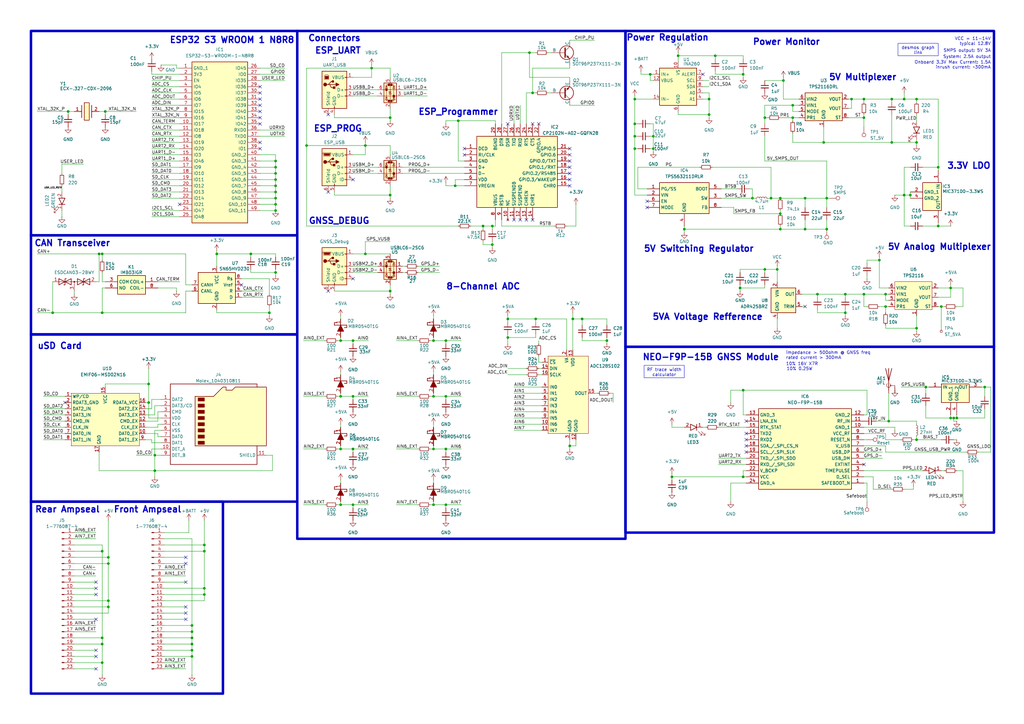
<source format=kicad_sch>
(kicad_sch (version 20250114) (generator "eeschema") (generator_version "9.0")
  (paper "A3")
  (title_block (title "SDM26 Datalogger") (rev "3.11") (company "Sun Devil Motorsports"))
  (rectangle (start 121.92 12.7) (end 256.54 220.98) (stroke (width 1.016)))
  (rectangle (start 12.7 205.74) (end 91.44 284.48) (stroke (width 1.016)))
  (rectangle (start 256.54 142.24) (end 407.67 218.44) (stroke (width 1.016)))
  (rectangle (start 256.54 12.7) (end 407.67 142.24) (stroke (width 1.016)))
  (rectangle (start 12.7 137.16) (end 121.92 205.74) (stroke (width 1.016)))
  (rectangle (start 12.7 12.7) (end 121.92 96.52) (stroke (width 1.016)))
  (rectangle (start 12.7 96.52) (end 121.92 137.16) (stroke (width 1.016)))
  (text "Power Regulation" (at 256.794 17.018 0) (effects (font (size 2.54 2.54) (thickness 0.512) (bold yes)) (justify left bottom)))
  (text "5V Multiplexer" (at 339.852 33.274 0) (effects (font (size 2.54 2.54) (thickness 0.512) (bold yes)) (justify left bottom)))
  (text "CAN Transceiver" (at 13.97 101.346 0) (effects (font (size 2.54 2.54) (thickness 0.512) (bold yes)) (justify left bottom)))
  (text "10% 16V X7R" (at 322.326 150.114 0) (effects (font (size 1.27 1.27)) (justify left bottom)))
  (text "inrush current: ~300mA" (at 406.4 28.448 0) (effects (font (size 1.27 1.27)) (justify right bottom)))
  (text "5V Switching Regulator" (at 263.906 103.632 0) (effects (font (size 2.54 2.54) (thickness 0.512) (bold yes)) (justify left bottom)))
  (text "5V Analog Multiplexer" (at 363.982 102.87 0) (effects (font (size 2.54 2.54) (thickness 0.512) (bold yes)) (justify left bottom)))
  (text "ESP32 S3 WROOM 1 N8R8" (at 120.904 18.034 0) (effects (font (size 2.54 2.54) (thickness 0.512) (bold yes)) (justify right bottom)))
  (text "Power Monitor" (at 308.61 18.796 0) (effects (font (size 2.54 2.54) (thickness 0.512) (bold yes)) (justify left bottom)))
  (text "Connectors" (at 126.238 17.272 0) (effects (font (size 2.54 2.54) (thickness 0.512) (bold yes)) (justify left bottom)))
  (text "10% 0.25W" (at 322.58 152.146 0) (effects (font (size 1.27 1.27)) (justify left bottom)))
  (text "ESP_PROG" (at 128.524 54.356 0) (effects (font (size 2.54 2.54) (thickness 0.512) (bold yes)) (justify left bottom)))
  (text "Onboard 3.3V Max Current: 1.5A" (at 406.4 26.416 0) (effects (font (size 1.27 1.27)) (justify right bottom)))
  (text "impedance > 500ohm @ GNSS freq\nrated current > 300mA" (at 322.326 147.574 0) (effects (font (size 1.27 1.27)) (justify left bottom)))
  (text "Front Ampseal" (at 46.482 210.566 0) (effects (font (size 2.54 2.54) (thickness 0.512) (bold yes)) (justify left bottom)))
  (text "3.3V LDO" (at 388.366 69.596 0) (effects (font (size 2.54 2.54) (thickness 0.512) (bold yes)) (justify left bottom)))
  (text "VCC = 11-14V\ntypical 12.8V" (at 406.4 18.796 0) (effects (font (size 1.27 1.27)) (justify right bottom)))
  (text "GNSS_DEBUG" (at 126.492 92.202 0) (effects (font (size 2.54 2.54) (thickness 0.512) (bold yes)) (justify left bottom)))
  (text "ESP_UART" (at 129.032 22.352 0) (effects (font (size 2.54 2.54) (thickness 0.512) (bold yes)) (justify left bottom)))
  (text "8-Channel ADC" (at 182.88 119.126 0) (effects (font (size 2.54 2.54) (thickness 0.512) (bold yes)) (justify left bottom)))
  (text "uSD Card" (at 15.24 143.51 0) (effects (font (size 2.54 2.54) (thickness 0.512) (bold yes)) (justify left bottom)))
  (text "ESP_Programmer" (at 171.45 47.498 0) (effects (font (size 2.54 2.54) (thickness 0.512) (bold yes)) (justify left bottom)))
  (text "5VA Voltage Refference " (at 267.462 131.572 0) (effects (font (size 2.54 2.54) (thickness 0.512) (bold yes)) (justify left bottom)))
  (text "SMPS output: 5V 3A" (at 406.4 21.59 0) (effects (font (size 1.27 1.27)) (justify right bottom)))
  (text "NEO-F9P-15B GNSS Module" (at 263.398 148.082 0) (effects (font (size 2.54 2.54) (thickness 0.512) (bold yes)) (justify left bottom)))
  (text "System: 2.5A output" (at 406.4 24.13 0) (effects (font (size 1.27 1.27)) (justify right bottom)))
  (text "Rear Ampseal\n" (at 14.224 210.566 0) (effects (font (size 2.54 2.54) (thickness 0.512) (bold yes)) (justify left bottom)))
  (text_box "desmos graph link" (at 368.3 17.78 0) (size 16.51 5.08) (margins 0.9525 0.9525 0.9525 0.9525) (effects (font (size 1.27 1.27)) (justify top)))
  (text_box "RF trace width calculator" (at 264.16 149.86 0) (size 16.51 5.08) (margins 0.9525 0.9525 0.9525 0.9525) (effects (font (size 1.27 1.27)) (justify top)))
  (junction (at 373.38 80.01))
  (junction (at 41.91 226.06))
  (junction (at 83.82 226.06))
  (junction (at 27.94 45.72))
  (junction (at 364.49 172.72))
  (junction (at 365.76 58.42))
  (junction (at 139.7 184.15))
  (junction (at 330.2 81.28))
  (junction (at 234.95 130.81))
  (junction (at 304.8 160.02))
  (junction (at 363.22 120.65))
  (junction (at 320.04 93.98))
  (junction (at 78.74 269.24))
  (junction (at 278.13 22.86))
  (junction (at 293.37 22.86))
  (junction (at 266.7 30.48))
  (junction (at 182.88 139.7))
  (junction (at 386.08 125.73))
  (junction (at 354.33 48.26))
  (junction (at 186.69 76.2))
  (junction (at 177.8 207.01))
  (junction (at 248.92 139.7))
  (junction (at 78.74 266.7))
  (junction (at 313.69 48.26))
  (junction (at 384.81 92.71))
  (junction (at 370.84 40.64))
  (junction (at 160.02 119.38))
  (junction (at 308.61 81.28))
  (junction (at 44.45 248.92))
  (junction (at 217.17 21.59))
  (junction (at 113.03 111.76))
  (junction (at 44.45 246.38))
  (junction (at 403.86 158.75))
  (junction (at 260.35 60.96))
  (junction (at 198.12 92.71))
  (junction (at 379.73 158.75))
  (junction (at 391.16 171.45))
  (junction (at 177.8 162.56))
  (junction (at 370.84 80.01))
  (junction (at 177.8 139.7))
  (junction (at 177.8 184.15))
  (junction (at 144.78 139.7))
  (junction (at 187.96 49.53))
  (junction (at 78.74 259.08))
  (junction (at 318.77 110.49))
  (junction (at 290.83 46.99))
  (junction (at 41.91 271.78))
  (junction (at 304.8 30.48))
  (junction (at 290.83 40.64))
  (junction (at 144.78 207.01))
  (junction (at 113.03 71.12))
  (junction (at 316.23 81.28))
  (junction (at 325.12 48.26))
  (junction (at 267.97 60.96))
  (junction (at 144.78 184.15))
  (junction (at 346.71 120.65))
  (junction (at 139.7 139.7))
  (junction (at 44.45 228.6))
  (junction (at 365.76 40.64))
  (junction (at 102.87 104.14))
  (junction (at 88.9 104.14))
  (junction (at 339.09 81.28))
  (junction (at 267.97 55.88))
  (junction (at 83.82 241.3))
  (junction (at 330.2 93.98))
  (junction (at 275.59 195.58))
  (junction (at 160.02 80.01))
  (junction (at 113.03 76.2))
  (junction (at 139.7 162.56))
  (junction (at 375.92 58.42))
  (junction (at 152.4 27.94))
  (junction (at 41.91 261.62))
  (junction (at 313.69 110.49))
  (junction (at 260.35 40.64))
  (junction (at 63.5 186.69))
  (junction (at 160.02 48.26))
  (junction (at 337.82 58.42))
  (junction (at 392.43 171.45))
  (junction (at 208.28 130.81))
  (junction (at 238.76 130.81))
  (junction (at 113.03 68.58))
  (junction (at 113.03 66.04))
  (junction (at 320.04 81.28))
  (junction (at 208.28 138.43))
  (junction (at 110.49 128.27))
  (junction (at 83.82 243.84))
  (junction (at 113.03 81.28))
  (junction (at 43.18 45.72))
  (junction (at 113.03 73.66))
  (junction (at 218.44 38.1))
  (junction (at 201.93 100.33))
  (junction (at 325.12 43.18))
  (junction (at 60.96 165.1))
  (junction (at 354.33 120.65))
  (junction (at 360.68 106.68))
  (junction (at 40.64 104.14))
  (junction (at 321.31 33.02))
  (junction (at 182.88 207.01))
  (junction (at 304.8 195.58))
  (junction (at 260.35 55.88))
  (junction (at 260.35 50.8))
  (junction (at 144.78 162.56))
  (junction (at 44.45 231.14))
  (junction (at 363.22 125.73))
  (junction (at 320.04 87.63))
  (junction (at 139.7 207.01))
  (junction (at 375.92 134.62))
  (junction (at 149.86 104.14))
  (junction (at 41.91 128.27))
  (junction (at 182.88 162.56))
  (junction (at 375.92 40.64))
  (junction (at 113.03 83.82))
  (junction (at 83.82 223.52))
  (junction (at 182.88 184.15))
  (junction (at 219.71 130.81))
  (junction (at 78.74 264.16))
  (junction (at 41.91 264.16))
  (junction (at 349.25 40.64))
  (junction (at 384.81 68.58))
  (junction (at 375.92 180.34))
  (junction (at 280.67 93.98))
  (junction (at 113.03 86.36))
  (junction (at 201.93 92.71))
  (junction (at 78.74 261.62))
  (junction (at 149.86 59.69))
  (junction (at 346.71 128.27))
  (junction (at 78.74 256.54))
  (junction (at 389.89 171.45))
  (junction (at 303.53 118.11))
  (junction (at 60.96 157.48))
  (junction (at 21.59 128.27))
  (junction (at 335.28 120.65))
  (junction (at 354.33 40.64))
  (junction (at 233.68 182.88))
  (junction (at 63.5 193.04))
  (junction (at 339.09 93.98))
  (junction (at 41.91 104.14))
  (junction (at 113.03 78.74))
  (junction (at 389.89 118.11))
  (junction (at 125.73 59.69))
  (no_connect (at 106.68 48.26))
  (no_connect (at 208.28 50.8))
  (no_connect (at 106.68 45.72))
  (no_connect (at 306.07 172.72))
  (no_connect (at 76.2 254))
  (no_connect (at 76.2 248.92))
  (no_connect (at 218.44 90.17))
  (no_connect (at 330.2 125.73))
  (no_connect (at 213.36 90.17))
  (no_connect (at 306.07 180.34))
  (no_connect (at 306.07 185.42))
  (no_connect (at 106.68 40.64))
  (no_connect (at 233.68 73.66))
  (no_connect (at 233.68 76.2))
  (no_connect (at 26.67 165.1))
  (no_connect (at 354.33 190.5))
  (no_connect (at 233.68 63.5))
  (no_connect (at 39.37 254))
  (no_connect (at 76.2 238.76))
  (no_connect (at 233.68 71.12))
  (no_connect (at 265.43 85.09))
  (no_connect (at 134.62 78.74))
  (no_connect (at 215.9 90.17))
  (no_connect (at 39.37 241.3))
  (no_connect (at 134.62 46.99))
  (no_connect (at 106.68 50.8))
  (no_connect (at 106.68 38.1))
  (no_connect (at 73.66 83.82))
  (no_connect (at 76.2 251.46))
  (no_connect (at 106.68 35.56))
  (no_connect (at 210.82 90.17))
  (no_connect (at 39.37 269.24))
  (no_connect (at 218.44 50.8))
  (no_connect (at 144.78 114.3))
  (no_connect (at 76.2 228.6))
  (no_connect (at 144.78 73.66))
  (no_connect (at 39.37 266.7))
  (no_connect (at 39.37 243.84))
  (no_connect (at 288.29 30.48))
  (no_connect (at 39.37 238.76))
  (no_connect (at 134.62 119.38))
  (no_connect (at 306.07 182.88))
  (no_connect (at 106.68 43.18))
  (no_connect (at 190.5 60.96))
  (no_connect (at 99.06 116.84))
  (no_connect (at 106.68 60.96))
  (no_connect (at 306.07 177.8))
  (no_connect (at 106.68 58.42))
  (no_connect (at 233.68 68.58))
  (no_connect (at 233.68 66.04))
  (no_connect (at 220.98 50.8))
  (no_connect (at 233.68 60.96))
  (no_connect (at 265.43 82.55))
  (no_connect (at 76.2 231.14))
  (no_connect (at 190.5 63.5))
  (no_connect (at 39.37 274.32))
  (wire (pts (xy 278.13 21.59) (xy 278.13 22.86)))
  (wire (pts (xy 67.31 254) (xy 76.2 254)))
  (wire (pts (xy 354.33 195.58) (xy 358.14 195.58)))
  (wire (pts (xy 180.34 109.22) (xy 171.45 109.22)))
  (wire (pts (xy 363.22 125.73) (xy 363.22 128.27)))
  (wire (pts (xy 67.31 274.32) (xy 76.2 274.32)))
  (wire (pts (xy 243.84 161.29) (xy 245.11 161.29)))
  (wire (pts (xy 367.03 161.29) (xy 367.03 160.02)))
  (wire (pts (xy 62.23 68.58) (xy 73.66 68.58)))
  (wire (pts (xy 177.8 139.7) (xy 177.8 138.43)))
  (wire (pts (xy 406.4 185.42) (xy 401.32 185.42)))
  (wire (pts (xy 318.77 130.81) (xy 318.77 134.62)))
  (wire (pts (xy 30.48 251.46) (xy 44.45 251.46)))
  (wire (pts (xy 182.88 162.56) (xy 189.23 162.56)))
  (wire (pts (xy 280.67 93.98) (xy 280.67 92.71)))
  (wire (pts (xy 363.22 123.19) (xy 363.22 120.65)))
  (wire (pts (xy 313.69 43.18) (xy 325.12 43.18)))
  (wire (pts (xy 220.98 153.67) (xy 222.25 153.67)))
  (wire (pts (xy 354.33 40.64) (xy 354.33 41.91)))
  (wire (pts (xy 327.66 40.64) (xy 321.31 40.64)))
  (wire (pts (xy 375.92 58.42) (xy 375.92 59.69)))
  (wire (pts (xy 160.02 119.38) (xy 160.02 120.65)))
  (wire (pts (xy 182.88 207.01) (xy 189.23 207.01)))
  (wire (pts (xy 144.78 104.14) (xy 149.86 104.14)))
  (wire (pts (xy 208.28 151.13) (xy 215.9 151.13)))
  (wire (pts (xy 15.24 45.72) (xy 27.94 45.72)))
  (wire (pts (xy 78.74 264.16) (xy 78.74 266.7)))
  (wire (pts (xy 262.89 30.48) (xy 266.7 30.48)))
  (wire (pts (xy 111.76 186.69) (xy 111.76 193.04)))
  (wire (pts (xy 198.12 100.33) (xy 201.93 100.33)))
  (wire (pts (xy 210.82 158.75) (xy 222.25 158.75)))
  (wire (pts (xy 261.62 55.88) (xy 260.35 55.88)))
  (wire (pts (xy 349.25 40.64) (xy 349.25 44.45)))
  (wire (pts (xy 41.91 111.76) (xy 41.91 115.57)))
  (wire (pts (xy 62.23 76.2) (xy 73.66 76.2)))
  (wire (pts (xy 295.91 81.28) (xy 308.61 81.28)))
  (wire (pts (xy 67.31 218.44) (xy 77.47 218.44)))
  (wire (pts (xy 67.31 233.68) (xy 76.2 233.68)))
  (wire (pts (xy 198.12 92.71) (xy 201.93 92.71)))
  (wire (pts (xy 238.76 139.7) (xy 248.92 139.7)))
  (wire (pts (xy 375.92 172.72) (xy 375.92 173.99)))
  (wire (pts (xy 198.12 99.06) (xy 198.12 100.33)))
  (wire (pts (xy 62.23 86.36) (xy 73.66 86.36)))
  (wire (pts (xy 76.2 104.14) (xy 76.2 116.84)))
  (wire (pts (xy 40.64 193.04) (xy 63.5 193.04)))
  (wire (pts (xy 124.46 162.56) (xy 133.35 162.56)))
  (wire (pts (xy 30.48 259.08) (xy 39.37 259.08)))
  (wire (pts (xy 66.04 166.37) (xy 63.5 166.37)))
  (wire (pts (xy 30.48 233.68) (xy 39.37 233.68)))
  (wire (pts (xy 177.8 139.7) (xy 182.88 139.7)))
  (wire (pts (xy 17.78 162.56) (xy 26.67 162.56)))
  (wire (pts (xy 208.28 138.43) (xy 208.28 140.97)))
  (wire (pts (xy 59.69 167.64) (xy 62.23 167.64)))
  (wire (pts (xy 137.16 80.01) (xy 137.16 78.74)))
  (wire (pts (xy 290.83 38.1) (xy 288.29 38.1)))
  (wire (pts (xy 30.48 220.98) (xy 39.37 220.98)))
  (wire (pts (xy 67.31 223.52) (xy 83.82 223.52)))
  (wire (pts (xy 149.86 104.14) (xy 160.02 104.14)))
  (wire (pts (xy 280.67 93.98) (xy 320.04 93.98)))
  (wire (pts (xy 138.43 139.7) (xy 139.7 139.7)))
  (wire (pts (xy 234.95 130.81) (xy 234.95 143.51)))
  (wire (pts (xy 78.74 256.54) (xy 78.74 259.08)))
  (wire (pts (xy 320.04 86.36) (xy 320.04 87.63)))
  (wire (pts (xy 321.31 33.02) (xy 321.31 40.64)))
  (wire (pts (xy 106.68 68.58) (xy 113.03 68.58)))
  (wire (pts (xy 25.4 76.2) (xy 25.4 78.74)))
  (wire (pts (xy 139.7 129.54) (xy 139.7 130.81)))
  (wire (pts (xy 41.91 118.11) (xy 41.91 128.27)))
  (wire (pts (xy 325.12 48.26) (xy 327.66 48.26)))
  (wire (pts (xy 354.33 120.65) (xy 363.22 120.65)))
  (wire (pts (xy 275.59 173.99) (xy 275.59 175.26)))
  (wire (pts (xy 190.5 66.04) (xy 187.96 66.04)))
  (wire (pts (xy 403.86 158.75) (xy 406.4 158.75)))
  (wire (pts (xy 63.5 166.37) (xy 63.5 170.18)))
  (wire (pts (xy 144.78 185.42) (xy 144.78 184.15)))
  (wire (pts (xy 88.9 104.14) (xy 88.9 109.22)))
  (wire (pts (xy 303.53 118.11) (xy 303.53 119.38)))
  (wire (pts (xy 106.68 76.2) (xy 113.03 76.2)))
  (wire (pts (xy 313.69 66.04) (xy 339.09 66.04)))
  (wire (pts (xy 375.92 134.62) (xy 363.22 134.62)))
  (wire (pts (xy 233.68 31.75) (xy 233.68 33.02)))
  (wire (pts (xy 62.23 35.56) (xy 73.66 35.56)))
  (wire (pts (xy 30.48 271.78) (xy 41.91 271.78)))
  (wire (pts (xy 355.6 125.73) (xy 354.33 125.73)))
  (wire (pts (xy 106.68 27.94) (xy 116.84 27.94)))
  (wire (pts (xy 64.77 179.07) (xy 66.04 179.07)))
  (wire (pts (xy 30.48 223.52) (xy 41.91 223.52)))
  (wire (pts (xy 248.92 138.43) (xy 248.92 139.7)))
  (wire (pts (xy 187.96 49.53) (xy 187.96 66.04)))
  (wire (pts (xy 293.37 22.86) (xy 304.8 22.86)))
  (wire (pts (xy 73.66 27.94) (xy 72.39 27.94)))
  (wire (pts (xy 363.22 180.34) (xy 363.22 177.8)))
  (wire (pts (xy 288.29 35.56) (xy 290.83 35.56)))
  (wire (pts (xy 110.49 128.27) (xy 110.49 129.54)))
  (wire (pts (xy 15.24 128.27) (xy 21.59 128.27)))
  (wire (pts (xy 201.93 99.06) (xy 201.93 100.33)))
  (wire (pts (xy 278.13 45.72) (xy 278.13 46.99)))
  (wire (pts (xy 139.7 152.4) (xy 139.7 153.67)))
  (wire (pts (xy 384.81 68.58) (xy 384.81 69.85)))
  (wire (pts (xy 30.48 246.38) (xy 44.45 246.38)))
  (wire (pts (xy 62.23 48.26) (xy 73.66 48.26)))
  (wire (pts (xy 360.68 125.73) (xy 363.22 125.73)))
  (wire (pts (xy 165.1 36.83) (xy 175.26 36.83)))
  (wire (pts (xy 113.03 111.76) (xy 113.03 113.03)))
  (wire (pts (xy 43.18 158.75) (xy 43.18 157.48)))
  (wire (pts (xy 162.56 139.7) (xy 171.45 139.7)))
  (wire (pts (xy 62.23 55.88) (xy 73.66 55.88)))
  (wire (pts (xy 370.84 68.58) (xy 373.38 68.58)))
  (wire (pts (xy 266.7 33.02) (xy 267.97 33.02)))
  (wire (pts (xy 220.98 139.7) (xy 220.98 140.97)))
  (wire (pts (xy 304.8 160.02) (xy 304.8 170.18)))
  (wire (pts (xy 354.33 175.26) (xy 367.03 175.26)))
  (wire (pts (xy 124.46 139.7) (xy 133.35 139.7)))
  (wire (pts (xy 67.31 248.92) (xy 76.2 248.92)))
  (wire (pts (xy 182.88 184.15) (xy 189.23 184.15)))
  (wire (pts (xy 316.23 81.28) (xy 320.04 81.28)))
  (wire (pts (xy 106.68 81.28) (xy 113.03 81.28)))
  (wire (pts (xy 260.35 80.01) (xy 265.43 80.01)))
  (wire (pts (xy 210.82 50.8) (xy 210.82 43.18)))
  (wire (pts (xy 306.07 193.04) (xy 304.8 193.04)))
  (wire (pts (xy 73.66 63.5) (xy 62.23 63.5)))
  (wire (pts (xy 64.77 115.57) (xy 73.66 115.57)))
  (wire (pts (xy 349.25 40.64) (xy 354.33 40.64)))
  (wire (pts (xy 335.28 128.27) (xy 335.28 127)))
  (wire (pts (xy 76.2 116.84) (xy 78.74 116.84)))
  (wire (pts (xy 304.8 30.48) (xy 304.8 31.75)))
  (wire (pts (xy 144.78 207.01) (xy 151.13 207.01)))
  (wire (pts (xy 288.29 175.26) (xy 289.56 175.26)))
  (wire (pts (xy 40.64 104.14) (xy 41.91 104.14)))
  (wire (pts (xy 365.76 40.64) (xy 370.84 40.64)))
  (wire (pts (xy 17.78 180.34) (xy 26.67 180.34)))
  (wire (pts (xy 370.84 80.01) (xy 370.84 92.71)))
  (wire (pts (xy 62.23 58.42) (xy 73.66 58.42)))
  (wire (pts (xy 375.92 57.15) (xy 375.92 58.42)))
  (wire (pts (xy 40.64 45.72) (xy 43.18 45.72)))
  (wire (pts (xy 137.16 80.01) (xy 160.02 80.01)))
  (wire (pts (xy 176.53 207.01) (xy 177.8 207.01)))
  (wire (pts (xy 125.73 59.69) (xy 149.86 59.69)))
  (wire (pts (xy 325.12 45.72) (xy 327.66 45.72)))
  (wire (pts (xy 186.69 76.2) (xy 190.5 76.2)))
  (wire (pts (xy 41.91 104.14) (xy 76.2 104.14)))
  (wire (pts (xy 109.22 186.69) (xy 111.76 186.69)))
  (wire (pts (xy 355.6 198.12) (xy 355.6 205.74)))
  (wire (pts (xy 125.73 59.69) (xy 125.73 92.71)))
  (wire (pts (xy 83.82 243.84) (xy 83.82 246.38)))
  (wire (pts (xy 41.91 261.62) (xy 41.91 264.16)))
  (wire (pts (xy 102.87 104.14) (xy 113.03 104.14)))
  (wire (pts (xy 233.68 27.94) (xy 233.68 26.67)))
  (wire (pts (xy 78.74 269.24) (xy 78.74 276.86)))
  (wire (pts (xy 62.23 30.48) (xy 73.66 30.48)))
  (wire (pts (xy 144.78 162.56) (xy 151.13 162.56)))
  (wire (pts (xy 62.23 88.9) (xy 73.66 88.9)))
  (wire (pts (xy 384.81 118.11) (xy 389.89 118.11)))
  (wire (pts (xy 63.5 193.04) (xy 111.76 193.04)))
  (wire (pts (xy 354.33 48.26) (xy 354.33 46.99)))
  (wire (pts (xy 78.74 220.98) (xy 78.74 256.54)))
  (wire (pts (xy 290.83 40.64) (xy 290.83 46.99)))
  (wire (pts (xy 149.86 59.69) (xy 149.86 63.5)))
  (wire (pts (xy 375.92 179.07) (xy 375.92 180.34)))
  (wire (pts (xy 363.22 185.42) (xy 363.22 182.88)))
  (wire (pts (xy 275.59 195.58) (xy 275.59 194.31)))
  (wire (pts (xy 233.68 16.51) (xy 243.84 16.51)))
  (wire (pts (xy 306.07 195.58) (xy 304.8 195.58)))
  (wire (pts (xy 304.8 195.58) (xy 304.8 193.04)))
  (wire (pts (xy 113.03 110.49) (xy 113.03 111.76)))
  (wire (pts (xy 64.77 168.91) (xy 64.77 172.72)))
  (wire (pts (xy 325.12 54.61) (xy 325.12 58.42)))
  (wire (pts (xy 64.77 118.11) (xy 72.39 118.11)))
  (wire (pts (xy 370.84 80.01) (xy 367.03 80.01)))
  (wire (pts (xy 375.92 134.62) (xy 375.92 135.89)))
  (wire (pts (xy 303.53 111.76) (xy 303.53 110.49)))
  (wire (pts (xy 160.02 76.2) (xy 160.02 80.01)))
  (wire (pts (xy 160.02 44.45) (xy 160.02 48.26)))
  (wire (pts (xy 210.82 168.91) (xy 222.25 168.91)))
  (wire (pts (xy 365.76 46.99) (xy 365.76 58.42)))
  (wire (pts (xy 144.78 36.83) (xy 154.94 36.83)))
  (wire (pts (xy 62.23 163.83) (xy 66.04 163.83)))
  (wire (pts (xy 99.06 119.38) (xy 107.95 119.38)))
  (wire (pts (xy 182.88 139.7) (xy 189.23 139.7)))
  (wire (pts (xy 40.64 185.42) (xy 40.64 193.04)))
  (wire (pts (xy 106.68 86.36) (xy 113.03 86.36)))
  (wire (pts (xy 220.98 148.59) (xy 220.98 146.05)))
  (wire (pts (xy 177.8 207.01) (xy 177.8 205.74)))
  (wire (pts (xy 144.78 139.7) (xy 151.13 139.7)))
  (wire (pts (xy 354.33 198.12) (xy 355.6 198.12)))
  (wire (pts (xy 307.34 77.47) (xy 308.61 77.47)))
  (wire (pts (xy 328.93 120.65) (xy 335.28 120.65)))
  (wire (pts (xy 375.92 46.99) (xy 375.92 49.53)))
  (wire (pts (xy 347.98 40.64) (xy 349.25 40.64)))
  (wire (pts (xy 358.14 200.66) (xy 365.76 200.66)))
  (wire (pts (xy 165.1 39.37) (xy 175.26 39.37)))
  (wire (pts (xy 30.48 228.6) (xy 44.45 228.6)))
  (wire (pts (xy 113.03 104.14) (xy 113.03 105.41)))
  (wire (pts (xy 66.04 173.99) (xy 64.77 173.99)))
  (wire (pts (xy 355.6 107.95) (xy 355.6 106.68)))
  (wire (pts (xy 201.93 100.33) (xy 201.93 101.6)))
  (wire (pts (xy 30.48 264.16) (xy 41.91 264.16)))
  (wire (pts (xy 30.48 226.06) (xy 41.91 226.06)))
  (wire (pts (xy 364.49 161.29) (xy 364.49 172.72)))
  (wire (pts (xy 138.43 207.01) (xy 139.7 207.01)))
  (wire (pts (xy 15.24 104.14) (xy 40.64 104.14)))
  (wire (pts (xy 106.68 78.74) (xy 113.03 78.74)))
  (wire (pts (xy 384.81 121.92) (xy 389.89 121.92)))
  (wire (pts (xy 40.64 104.14) (xy 40.64 115.57)))
  (wire (pts (xy 62.23 50.8) (xy 73.66 50.8)))
  (wire (pts (xy 67.31 246.38) (xy 83.82 246.38)))
  (wire (pts (xy 210.82 171.45) (xy 222.25 171.45)))
  (wire (pts (xy 67.31 236.22) (xy 76.2 236.22)))
  (wire (pts (xy 354.33 177.8) (xy 363.22 177.8)))
  (wire (pts (xy 355.6 106.68) (xy 360.68 106.68)))
  (wire (pts (xy 66.04 168.91) (xy 64.77 168.91)))
  (wire (pts (xy 238.76 130.81) (xy 234.95 130.81)))
  (wire (pts (xy 275.59 195.58) (xy 304.8 195.58)))
  (wire (pts (xy 260.35 60.96) (xy 260.35 80.01)))
  (wire (pts (xy 88.9 104.14) (xy 102.87 104.14)))
  (wire (pts (xy 213.36 50.8) (xy 213.36 43.18)))
  (wire (pts (xy 176.53 162.56) (xy 177.8 162.56)))
  (wire (pts (xy 278.13 22.86) (xy 278.13 25.4)))
  (wire (pts (xy 260.35 55.88) (xy 260.35 60.96)))
  (wire (pts (xy 62.23 60.96) (xy 73.66 60.96)))
  (wire (pts (xy 313.69 66.04) (xy 313.69 55.88)))
  (wire (pts (xy 218.44 27.94) (xy 218.44 38.1)))
  (wire (pts (xy 180.34 111.76) (xy 171.45 111.76)))
  (wire (pts (xy 78.74 259.08) (xy 78.74 261.62)))
  (wire (pts (xy 236.22 92.71) (xy 236.22 83.82)))
  (wire (pts (xy 113.03 76.2) (xy 113.03 78.74)))
  (wire (pts (xy 27.94 46.99) (xy 27.94 45.72)))
  (wire (pts (xy 149.86 99.06) (xy 160.02 99.06)))
  (wire (pts (xy 359.41 172.72) (xy 364.49 172.72)))
  (wire (pts (xy 294.64 175.26) (xy 306.07 175.26)))
  (wire (pts (xy 391.16 171.45) (xy 392.43 171.45)))
  (wire (pts (xy 44.45 246.38) (xy 44.45 248.92)))
  (wire (pts (xy 144.78 31.75) (xy 152.4 31.75)))
  (wire (pts (xy 124.46 184.15) (xy 133.35 184.15)))
  (wire (pts (xy 106.68 30.48) (xy 116.84 30.48)))
  (wire (pts (xy 43.18 45.72) (xy 55.88 45.72)))
  (wire (pts (xy 66.04 26.67) (xy 72.39 26.67)))
  (wire (pts (xy 60.96 165.1) (xy 60.96 157.48)))
  (wire (pts (xy 30.48 241.3) (xy 39.37 241.3)))
  (wire (pts (xy 361.95 187.96) (xy 354.33 187.96)))
  (wire (pts (xy 295.91 77.47) (xy 302.26 77.47)))
  (wire (pts (xy 77.47 213.36) (xy 77.47 218.44)))
  (wire (pts (xy 205.74 92.71) (xy 227.33 92.71)))
  (wire (pts (xy 374.65 180.34) (xy 375.92 180.34)))
  (wire (pts (xy 304.8 160.02) (xy 355.6 160.02)))
  (wire (pts (xy 125.73 27.94) (xy 125.73 59.69)))
  (wire (pts (xy 144.78 184.15) (xy 139.7 184.15)))
  (wire (pts (xy 66.04 176.53) (xy 63.5 176.53)))
  (wire (pts (xy 67.31 220.98) (xy 78.74 220.98)))
  (wire (pts (xy 144.78 140.97) (xy 144.78 139.7)))
  (wire (pts (xy 139.7 162.56) (xy 144.78 162.56)))
  (wire (pts (xy 67.31 238.76) (xy 76.2 238.76)))
  (wire (pts (xy 304.8 29.21) (xy 304.8 30.48)))
  (wire (pts (xy 149.86 58.42) (xy 149.86 59.69)))
  (wire (pts (xy 30.48 243.84) (xy 39.37 243.84)))
  (wire (pts (xy 139.7 173.99) (xy 139.7 175.26)))
  (wire (pts (xy 72.39 26.67) (xy 72.39 27.94)))
  (wire (pts (xy 106.68 73.66) (xy 113.03 73.66)))
  (wire (pts (xy 392.43 170.18) (xy 392.43 171.45)))
  (wire (pts (xy 335.28 120.65) (xy 346.71 120.65)))
  (wire (pts (xy 67.31 271.78) (xy 76.2 271.78)))
  (wire (pts (xy 67.31 264.16) (xy 78.74 264.16)))
  (wire (pts (xy 182.88 76.2) (xy 182.88 74.93)))
  (wire (pts (xy 292.1 68.58) (xy 316.23 68.58)))
  (wire (pts (xy 41.91 128.27) (xy 76.2 128.27)))
  (wire (pts (xy 30.48 236.22) (xy 39.37 236.22)))
  (wire (pts (xy 373.38 80.01) (xy 370.84 80.01)))
  (wire (pts (xy 293.37 29.21) (xy 293.37 30.48)))
  (wire (pts (xy 236.22 182.88) (xy 233.68 182.88)))
  (wire (pts (xy 144.78 208.28) (xy 144.78 207.01)))
  (wire (pts (xy 363.22 125.73) (xy 364.49 125.73)))
  (wire (pts (xy 248.92 133.35) (xy 248.92 130.81)))
  (wire (pts (xy 41.91 271.78) (xy 41.91 276.86)))
  (wire (pts (xy 201.93 92.71) (xy 201.93 93.98)))
  (wire (pts (xy 67.31 243.84) (xy 83.82 243.84)))
  (wire (pts (xy 363.22 120.65) (xy 364.49 120.65)))
  (wire (pts (xy 182.88 162.56) (xy 182.88 163.83)))
  (wire (pts (xy 339.09 81.28) (xy 339.09 85.09)))
  (wire (pts (xy 346.71 128.27) (xy 346.71 127)))
  (wire (pts (xy 113.03 66.04) (xy 113.03 68.58)))
  (wire (pts (xy 217.17 21.59) (xy 219.71 21.59)))
  (wire (pts (xy 59.69 180.34) (xy 62.23 180.34)))
  (wire (pts (xy 210.82 173.99) (xy 222.25 173.99)))
  (wire (pts (xy 370.84 40.64) (xy 375.92 40.64)))
  (wire (pts (xy 62.23 33.02) (xy 73.66 33.02)))
  (wire (pts (xy 139.7 184.15) (xy 139.7 182.88)))
  (wire (pts (xy 337.82 52.07) (xy 337.82 58.42)))
  (wire (pts (xy 347.98 48.26) (xy 354.33 48.26)))
  (wire (pts (xy 389.89 170.18) (xy 389.89 171.45)))
  (wire (pts (xy 261.62 50.8) (xy 260.35 50.8)))
  (wire (pts (xy 30.48 261.62) (xy 41.91 261.62)))
  (wire (pts (xy 389.89 118.11) (xy 389.89 116.84)))
  (wire (pts (xy 102.87 111.76) (xy 102.87 110.49)))
  (wire (pts (xy 265.43 77.47) (xy 261.62 77.47)))
  (wire (pts (xy 260.35 50.8) (xy 260.35 55.88)))
  (wire (pts (xy 250.19 161.29) (xy 251.46 161.29)))
  (wire (pts (xy 335.28 120.65) (xy 335.28 121.92)))
  (wire (pts (xy 394.97 118.11) (xy 389.89 118.11)))
  (wire (pts (xy 346.71 129.54) (xy 346.71 128.27)))
  (wire (pts (xy 139.7 139.7) (xy 139.7 138.43)))
  (wire (pts (xy 83.82 213.36) (xy 83.82 223.52)))
  (wire (pts (xy 63.5 176.53) (xy 63.5 186.69)))
  (wire (pts (xy 335.28 128.27) (xy 346.71 128.27)))
  (wire (pts (xy 106.68 66.04) (xy 113.03 66.04)))
  (wire (pts (xy 220.98 151.13) (xy 222.25 151.13)))
  (wire (pts (xy 186.69 73.66) (xy 186.69 76.2)))
  (wire (pts (xy 299.72 160.02) (xy 299.72 165.1)))
  (wire (pts (xy 162.56 184.15) (xy 171.45 184.15)))
  (wire (pts (xy 67.31 231.14) (xy 76.2 231.14)))
  (wire (pts (xy 67.31 251.46) (xy 76.2 251.46)))
  (wire (pts (xy 67.31 269.24) (xy 78.74 269.24)))
  (wire (pts (xy 261.62 77.47) (xy 261.62 68.58)))
  (wire (pts (xy 370.84 68.58) (xy 370.84 80.01)))
  (wire (pts (xy 308.61 77.47) (xy 308.61 81.28)))
  (wire (pts (xy 138.43 162.56) (xy 139.7 162.56)))
  (wire (pts (xy 144.78 109.22) (xy 154.94 109.22)))
  (wire (pts (xy 83.82 223.52) (xy 83.82 226.06)))
  (wire (pts (xy 313.69 48.26) (xy 313.69 50.8)))
  (wire (pts (xy 260.35 40.64) (xy 267.97 40.64)))
  (wire (pts (xy 339.09 81.28) (xy 330.2 81.28)))
  (wire (pts (xy 59.69 175.26) (xy 64.77 175.26)))
  (wire (pts (xy 267.97 50.8) (xy 267.97 55.88)))
  (wire (pts (xy 320.04 48.26) (xy 325.12 48.26)))
  (wire (pts (xy 139.7 139.7) (xy 144.78 139.7)))
  (wire (pts (xy 267.97 60.96) (xy 267.97 62.23)))
  (wire (pts (xy 160.02 59.69) (xy 160.02 63.5)))
  (wire (pts (xy 177.8 184.15) (xy 177.8 182.88)))
  (wire (pts (xy 99.06 121.92) (xy 107.95 121.92)))
  (wire (pts (xy 182.88 49.53) (xy 187.96 49.53)))
  (wire (pts (xy 233.68 27.94) (xy 218.44 27.94)))
  (wire (pts (xy 62.23 186.69) (xy 62.23 184.15)))
  (wire (pts (xy 320.04 93.98) (xy 330.2 93.98)))
  (wire (pts (xy 160.02 81.28) (xy 160.02 80.01)))
  (wire (pts (xy 113.03 78.74) (xy 113.03 81.28)))
  (wire (pts (xy 339.09 90.17) (xy 339.09 93.98)))
  (wire (pts (xy 64.77 173.99) (xy 64.77 175.26)))
  (wire (pts (xy 182.88 139.7) (xy 182.88 140.97)))
  (wire (pts (xy 198.12 93.98) (xy 198.12 92.71)))
  (wire (pts (xy 17.78 170.18) (xy 26.67 170.18)))
  (wire (pts (xy 144.78 71.12) (xy 154.94 71.12)))
  (wire (pts (xy 62.23 66.04) (xy 73.66 66.04)))
  (wire (pts (xy 43.18 157.48) (xy 60.96 157.48)))
  (wire (pts (xy 165.1 71.12) (xy 190.5 71.12)))
  (wire (pts (xy 177.8 207.01) (xy 182.88 207.01)))
  (wire (pts (xy 233.68 182.88) (xy 233.68 184.15)))
  (wire (pts (xy 62.23 45.72) (xy 73.66 45.72)))
  (wire (pts (xy 364.49 118.11) (xy 360.68 118.11)))
  (wire (pts (xy 165.1 68.58) (xy 190.5 68.58)))
  (wire (pts (xy 78.74 266.7) (xy 78.74 269.24)))
  (wire (pts (xy 182.88 184.15) (xy 182.88 185.42)))
  (wire (pts (xy 162.56 162.56) (xy 171.45 162.56)))
  (wire (pts (xy 62.23 43.18) (xy 73.66 43.18)))
  (wire (pts (xy 238.76 133.35) (xy 238.76 130.81)))
  (wire (pts (xy 313.69 111.76) (xy 313.69 110.49)))
  (wire (pts (xy 224.79 38.1) (xy 226.06 38.1)))
  (wire (pts (xy 261.62 60.96) (xy 260.35 60.96)))
  (wire (pts (xy 306.07 170.18) (xy 304.8 170.18)))
  (wire (pts (xy 325.12 48.26) (xy 325.12 49.53)))
  (wire (pts (xy 379.73 166.37) (xy 379.73 171.45)))
  (wire (pts (xy 55.88 186.69) (xy 62.23 186.69)))
  (wire (pts (xy 220.98 148.59) (xy 222.25 148.59)))
  (wire (pts (xy 144.78 162.56) (xy 144.78 163.83)))
  (wire (pts (xy 76.2 128.27) (xy 76.2 119.38)))
  (wire (pts (xy 106.68 83.82) (xy 113.03 83.82)))
  (wire (pts (xy 384.81 92.71) (xy 384.81 91.44)))
  (wire (pts (xy 43.18 46.99) (xy 43.18 45.72)))
  (wire (pts (xy 106.68 63.5) (xy 113.03 63.5)))
  (wire (pts (xy 313.69 43.18) (xy 313.69 48.26)))
  (wire (pts (xy 160.02 116.84) (xy 160.02 119.38)))
  (wire (pts (xy 62.23 40.64) (xy 73.66 40.64)))
  (wire (pts (xy 304.8 30.48) (xy 293.37 30.48)))
  (wire (pts (xy 313.69 118.11) (xy 303.53 118.11)))
  (wire (pts (xy 288.29 33.02) (xy 290.83 33.02)))
  (wire (pts (xy 210.82 163.83) (xy 222.25 163.83)))
  (wire (pts (xy 30.48 218.44) (xy 39.37 218.44)))
  (wire (pts (xy 67.31 256.54) (xy 78.74 256.54)))
  (wire (pts (xy 210.82 176.53) (xy 222.25 176.53)))
  (wire (pts (xy 83.82 226.06) (xy 83.82 241.3)))
  (wire (pts (xy 346.71 120.65) (xy 346.71 121.92)))
  (wire (pts (xy 290.83 46.99) (xy 290.83 48.26)))
  (wire (pts (xy 320.04 87.63) (xy 300.99 87.63)))
  (wire (pts (xy 63.5 193.04) (xy 63.5 195.58)))
  (wire (pts (xy 17.78 172.72) (xy 26.67 172.72)))
  (wire (pts (xy 208.28 137.16) (xy 208.28 138.43)))
  (wire (pts (xy 384.81 40.64) (xy 384.81 68.58)))
  (wire (pts (xy 364.49 123.19) (xy 363.22 123.19)))
  (wire (pts (xy 215.9 38.1) (xy 218.44 38.1)))
  (wire (pts (xy 176.53 139.7) (xy 177.8 139.7)))
  (wire (pts (xy 215.9 50.8) (xy 215.9 38.1)))
  (wire (pts (xy 62.23 73.66) (xy 73.66 73.66)))
  (wire (pts (xy 325.12 43.18) (xy 327.66 43.18)))
  (wire (pts (xy 138.43 184.15) (xy 139.7 184.15)))
  (wire (pts (xy 290.83 40.64) (xy 288.29 40.64)))
  (wire (pts (xy 41.91 104.14) (xy 41.91 106.68)))
  (wire (pts (xy 299.72 198.12) (xy 306.07 198.12)))
  (wire (pts (xy 384.81 92.71) (xy 389.89 92.71)))
  (wire (pts (xy 365.76 58.42) (xy 375.92 58.42)))
  (wire (pts (xy 217.17 31.75) (xy 217.17 21.59)))
  (wire (pts (xy 278.13 22.86) (xy 293.37 22.86)))
  (wire (pts (xy 67.31 259.08) (xy 78.74 259.08)))
  (wire (pts (xy 30.48 254) (xy 39.37 254)))
  (wire (pts (xy 367.03 175.26) (xy 367.03 176.53)))
  (wire (pts (xy 370.84 38.1) (xy 370.84 40.64)))
  (wire (pts (xy 160.02 27.94) (xy 160.02 31.75)))
  (wire (pts (xy 290.83 38.1) (xy 290.83 40.64)))
  (wire (pts (xy 219.71 130.81) (xy 232.41 130.81)))
  (wire (pts (xy 63.5 186.69) (xy 63.5 193.04)))
  (wire (pts (xy 267.97 55.88) (xy 267.97 60.96)))
  (wire (pts (xy 30.48 266.7) (xy 39.37 266.7)))
  (wire (pts (xy 299.72 198.12) (xy 299.72 205.74)))
  (wire (pts (xy 340.36 81.28) (xy 339.09 81.28)))
  (wire (pts (xy 233.68 31.75) (xy 217.17 31.75)))
  (wire (pts (xy 177.8 129.54) (xy 177.8 130.81)))
  (wire (pts (xy 375.92 40.64) (xy 375.92 41.91)))
  (wire (pts (xy 193.04 92.71) (xy 198.12 92.71)))
  (wire (pts (xy 313.69 33.02) (xy 321.31 33.02)))
  (wire (pts (xy 113.03 68.58) (xy 113.03 71.12)))
  (wire (pts (xy 177.8 173.99) (xy 177.8 175.26)))
  (wire (pts (xy 186.69 73.66) (xy 190.5 73.66)))
  (wire (pts (xy 88.9 102.87) (xy 88.9 104.14)))
  (wire (pts (xy 41.91 226.06) (xy 41.91 261.62)))
  (wire (pts (xy 88.9 128.27) (xy 88.9 127)))
  (wire (pts (xy 165.1 111.76) (xy 166.37 111.76)))
  (wire (pts (xy 373.38 78.74) (xy 373.38 80.01)))
  (wire (pts (xy 308.61 81.28) (xy 309.88 81.28)))
  (wire (pts (xy 59.69 170.18) (xy 63.5 170.18)))
  (wire (pts (xy 67.31 241.3) (xy 83.82 241.3)))
  (wire (pts (xy 266.7 50.8) (xy 267.97 50.8)))
  (wire (pts (xy 30.48 231.14) (xy 44.45 231.14)))
  (wire (pts (xy 358.14 195.58) (xy 358.14 200.66)))
  (wire (pts (xy 21.59 115.57) (xy 21.59 128.27)))
  (wire (pts (xy 346.71 120.65) (xy 354.33 120.65)))
  (wire (pts (xy 66.04 171.45) (xy 60.96 171.45)))
  (wire (pts (xy 144.78 111.76) (xy 154.94 111.76)))
  (wire (pts (xy 110.49 114.3) (xy 110.49 120.65)))
  (wire (pts (xy 330.2 90.17) (xy 330.2 93.98)))
  (wire (pts (xy 201.93 92.71) (xy 203.2 92.71)))
  (wire (pts (xy 139.7 162.56) (xy 139.7 161.29)))
  (wire (pts (xy 314.96 81.28) (xy 316.23 81.28)))
  (wire (pts (xy 363.22 180.34) (xy 369.57 180.34)))
  (wire (pts (xy 106.68 55.88) (xy 116.84 55.88)))
  (wire (pts (xy 354.33 180.34) (xy 355.6 180.34)))
  (wire (pts (xy 365.76 40.64) (xy 365.76 41.91)))
  (wire (pts (xy 40.64 115.57) (xy 39.37 115.57)))
  (wire (pts (xy 25.4 71.12) (xy 25.4 67.31)))
  (wire (pts (xy 266.7 60.96) (xy 267.97 60.96)))
  (wire (pts (xy 64.77 177.8) (xy 64.77 179.07)))
  (wire (pts (xy 182.88 207.01) (xy 182.88 208.28)))
  (wire (pts (xy 203.2 49.53) (xy 187.96 49.53)))
  (wire (pts (xy 162.56 207.01) (xy 171.45 207.01)))
  (wire (pts (xy 41.91 118.11) (xy 43.18 118.11)))
  (wire (pts (xy 152.4 27.94) (xy 160.02 27.94)))
  (wire (pts (xy 379.73 158.75) (xy 379.73 161.29)))
  (wire (pts (xy 30.48 256.54) (xy 39.37 256.54)))
  (wire (pts (xy 330.2 81.28) (xy 330.2 85.09)))
  (wire (pts (xy 218.44 38.1) (xy 219.71 38.1)))
  (wire (pts (xy 375.92 180.34) (xy 386.08 180.34)))
  (wire (pts (xy 391.16 171.45) (xy 391.16 172.72)))
  (wire (pts (xy 152.4 27.94) (xy 125.73 27.94)))
  (wire (pts (xy 27.94 45.72) (xy 30.48 45.72)))
  (wire (pts (xy 354.33 125.73) (xy 354.33 120.65)))
  (wire (pts (xy 354.33 193.04) (xy 378.46 193.04)))
  (wire (pts (xy 203.2 92.71) (xy 203.2 90.17)))
  (wire (pts (xy 300.99 87.63) (xy 300.99 85.09)))
  (wire (pts (xy 219.71 137.16) (xy 219.71 138.43)))
  (wire (pts (xy 233.68 180.34) (xy 233.68 182.88)))
  (wire (pts (xy 208.28 130.81) (xy 208.28 129.54)))
  (wire (pts (xy 379.73 158.75) (xy 381 158.75)))
  (wire (pts (xy 313.69 116.84) (xy 313.69 118.11)))
  (wire (pts (xy 304.8 22.86) (xy 304.8 24.13)))
  (wire (pts (xy 67.31 261.62) (xy 78.74 261.62)))
  (wire (pts (xy 299.72 160.02) (xy 304.8 160.02)))
  (wire (pts (xy 106.68 53.34) (xy 116.84 53.34)))
  (wire (pts (xy 355.6 113.03) (xy 355.6 114.3)))
  (wire (pts (xy 205.74 21.59) (xy 205.74 50.8)))
  (wire (pts (xy 290.83 46.99) (xy 278.13 46.99)))
  (wire (pts (xy 208.28 138.43) (xy 219.71 138.43)))
  (wire (pts (xy 261.62 68.58) (xy 287.02 68.58)))
  (wire (pts (xy 233.68 43.18) (xy 243.84 43.18)))
  (wire (pts (xy 41.91 115.57) (xy 43.18 115.57)))
  (wire (pts (xy 102.87 104.14) (xy 102.87 105.41)))
  (wire (pts (xy 386.08 125.73) (xy 386.08 135.89)))
  (wire (pts (xy 354.33 185.42) (xy 361.95 185.42)))
  (wire (pts (xy 62.23 53.34) (xy 73.66 53.34)))
  (wire (pts (xy 137.16 119.38) (xy 160.02 119.38)))
  (wire (pts (xy 44.45 248.92) (xy 44.45 251.46)))
  (wire (pts (xy 144.78 39.37) (xy 154.94 39.37)))
  (wire (pts (xy 355.6 170.18) (xy 355.6 160.02)))
  (wire (pts (xy 293.37 22.86) (xy 293.37 24.13)))
  (wire (pts (xy 384.81 92.71) (xy 378.46 92.71)))
  (wire (pts (xy 294.64 190.5) (xy 306.07 190.5)))
  (wire (pts (xy 386.08 125.73) (xy 387.35 125.73)))
  (wire (pts (xy 177.8 152.4) (xy 177.8 153.67)))
  (wire (pts (xy 182.88 76.2) (xy 186.69 76.2)))
  (wire (pts (xy 205.74 92.71) (xy 205.74 90.17)))
  (wire (pts (xy 44.45 231.14) (xy 44.45 246.38)))
  (wire (pts (xy 318.77 109.22) (xy 318.77 110.49)))
  (wire (pts (xy 62.23 29.21) (xy 62.23 30.48)))
  (wire (pts (xy 30.48 274.32) (xy 39.37 274.32)))
  (wire (pts (xy 224.79 21.59) (xy 226.06 21.59)))
  (wire (pts (xy 41.91 264.16) (xy 41.91 271.78)))
  (wire (pts (xy 88.9 128.27) (xy 110.49 128.27)))
  (wire (pts (xy 30.48 248.92) (xy 44.45 248.92)))
  (wire (pts (xy 318.77 110.49) (xy 318.77 115.57)))
  (wire (pts (xy 160.02 49.53) (xy 160.02 48.26)))
  (wire (pts (xy 139.7 207.01) (xy 144.78 207.01)))
  (wire (pts (xy 106.68 33.02) (xy 116.84 33.02)))
  (wire (pts (xy 62.23 181.61) (xy 62.23 180.34)))
  (wire (pts (xy 113.03 81.28) (xy 113.03 83.82)))
  (wire (pts (xy 113.03 83.82) (xy 113.03 86.36)))
  (wire (pts (xy 236.22 180.34) (xy 236.22 182.88)))
  (wire (pts (xy 337.82 58.42) (xy 365.76 58.42)))
  (wire (pts (xy 139.7 196.85) (xy 139.7 198.12)))
  (wire (pts (xy 99.06 114.3) (xy 110.49 114.3)))
  (wire (pts (xy 59.69 177.8) (xy 64.77 177.8)))
  (wire (pts (xy 151.13 184.15) (xy 144.78 184.15)))
  (wire (pts (xy 21.59 128.27) (xy 41.91 128.27)))
  (wire (pts (xy 137.16 48.26) (xy 137.16 46.99)))
  (wire (pts (xy 232.41 92.71) (xy 236.22 92.71)))
  (wire (pts (xy 313.69 48.26) (xy 314.96 48.26)))
  (wire (pts (xy 219.71 130.81) (xy 219.71 132.08)))
  (wire (pts (xy 266.7 30.48) (xy 266.7 33.02)))
  (wire (pts (xy 347.98 44.45) (xy 349.25 44.45)))
  (wire (pts (xy 234.95 128.27) (xy 234.95 130.81)))
  (wire (pts (xy 177.8 196.85) (xy 177.8 198.12)))
  (wire (pts (xy 330.2 125.73) (xy 328.93 125.73)))
  (wire (pts (xy 152.4 26.67) (xy 152.4 27.94)))
  (wire (pts (xy 374.65 200.66) (xy 374.65 199.39)))
  (wire (pts (xy 177.8 162.56) (xy 182.88 162.56)))
  (wire (pts (xy 387.35 193.04) (xy 386.08 193.04)))
  (wire (pts (xy 59.69 172.72) (xy 64.77 172.72)))
  (wire (pts (xy 354.33 182.88) (xy 363.22 182.88)))
  (wire (pts (xy 17.78 167.64) (xy 26.67 167.64)))
  (wire (pts (xy 144.78 63.5) (xy 149.86 63.5)))
  (wire (pts (xy 30.48 119.38) (xy 30.48 120.65)))
  (wire (pts (xy 260.35 40.64) (xy 260.35 50.8)))
  (wire (pts (xy 62.23 81.28) (xy 73.66 81.28)))
  (wire (pts (xy 363.22 185.42) (xy 396.24 185.42)))
  (wire (pts (xy 205.74 21.59) (xy 217.17 21.59)))
  (wire (pts (xy 360.68 118.11) (xy 360.68 106.68)))
  (wire (pts (xy 165.1 109.22) (xy 166.37 109.22)))
  (wire (pts (xy 113.03 63.5) (xy 113.03 66.04)))
  (wire (pts (xy 300.99 85.09) (xy 295.91 85.09)))
  (wire (pts (xy 303.53 110.49) (xy 313.69 110.49)))
  (wire (pts (xy 303.53 116.84) (xy 303.53 118.11)))
  (wire (pts (xy 373.38 92.71) (xy 370.84 92.71)))
  (wire (pts (xy 392.43 171.45) (xy 403.86 171.45)))
  (wire (pts (xy 41.91 223.52) (xy 41.91 226.06)))
  (wire (pts (xy 354.33 40.64) (xy 365.76 40.64)))
  (wire (pts (xy 316.23 68.58) (xy 316.23 81.28)))
  (wire (pts (xy 403.86 158.75) (xy 403.86 162.56)))
  (wire (pts (xy 215.9 153.67) (xy 208.28 153.67)))
  (wire (pts (xy 149.86 99.06) (xy 149.86 104.14)))
  (wire (pts (xy 124.46 207.01) (xy 133.35 207.01)))
  (wire (pts (xy 17.78 177.8) (xy 26.67 177.8)))
  (wire (pts (xy 262.89 30.48) (xy 262.89 29.21)))
  (wire (pts (xy 389.89 118.11) (xy 389.89 121.92)))
  (wire (pts (xy 137.16 48.26) (xy 160.02 48.26)))
  (wire (pts (xy 275.59 195.58) (xy 275.59 196.85)))
  (wire (pts (xy 354.33 52.07) (xy 354.33 48.26)))
  (wire (pts (xy 30.48 238.76) (xy 39.37 238.76)))
  (wire (pts (xy 406.4 158.75) (xy 406.4 185.42)))
  (wire (pts (xy 339.09 66.04) (xy 339.09 81.28)))
  (wire (pts (xy 363.22 134.62) (xy 363.22 133.35)))
  (wire (pts (xy 76.2 119.38) (xy 78.74 119.38)))
  (wire (pts (xy 320.04 92.71) (xy 320.04 93.98)))
  (wire (pts (xy 384.81 68.58) (xy 378.46 68.58)))
  (wire (pts (xy 62.23 163.83) (xy 62.23 167.64)))
  (wire (pts (xy 182.88 49.53) (xy 182.88 50.8)))
  (wire (pts (xy 208.28 132.08) (xy 208.28 130.81)))
  (wire (pts (xy 83.82 241.3) (xy 83.82 243.84)))
  (wire (pts (xy 330.2 93.98) (xy 339.09 93.98)))
  (wire (pts (xy 375.92 129.54) (xy 375.92 134.62)))
  (wire (pts (xy 260.35 39.37) (xy 260.35 40.64)))
  (wire (pts (xy 375.92 40.64) (xy 384.81 40.64)))
  (wire (pts (xy 110.49 125.73) (xy 110.49 128.27)))
  (wire (pts (xy 113.03 71.12) (xy 113.03 73.66)))
  (wire (pts (xy 176.53 184.15) (xy 177.8 184.15)))
  (wire (pts (xy 72.39 118.11) (xy 72.39 119.38)))
  (wire (pts (xy 60.96 157.48) (xy 60.96 151.13)))
  (wire (pts (xy 102.87 111.76) (xy 113.03 111.76)))
  (wire (pts (xy 389.89 171.45) (xy 391.16 171.45)))
  (wire (pts (xy 280.67 95.25) (xy 280.67 93.98)))
  (wire (pts (xy 379.73 171.45) (xy 389.89 171.45)))
  (wire (pts (xy 251.46 161.29) (xy 251.46 165.1)))
  (wire (pts (xy 394.97 193.04) (xy 392.43 193.04)))
  (wire (pts (xy 370.84 200.66) (xy 374.65 200.66)))
  (wire (pts (xy 149.86 59.69) (xy 160.02 59.69)))
  (wire (pts (xy 177.8 162.56) (xy 177.8 161.29)))
  (wire (pts (xy 321.31 31.75) (xy 321.31 33.02)))
  (wire (pts (xy 210.82 161.29) (xy 222.25 161.29)))
  (wire (pts (xy 392.43 125.73) (xy 394.97 125.73)))
  (wire (pts (xy 125.73 92.71) (xy 187.96 92.71)))
  (wire (pts (xy 375.92 172.72) (xy 364.49 172.72)))
  (wire (pts (xy 266.7 55.88) (xy 267.97 55.88)))
  (wire (pts (xy 25.4 67.31) (xy 34.29 67.31)))
  (wire (pts (xy 203.2 49.53) (xy 203.2 50.8)))
  (wire (pts (xy 384.81 125.73) (xy 386.08 125.73)))
  (wire (pts (xy 325.12 43.18) (xy 325.12 45.72)))
  (wire (pts (xy 60.96 171.45) (xy 60.96 165.1)))
  (wire (pts (xy 78.74 261.62) (xy 78.74 264.16)))
  (wire (pts (xy 219.71 130.81) (xy 208.28 130.81)))
  (wire (pts (xy 320.04 81.28) (xy 330.2 81.28)))
  (wire (pts (xy 44.45 213.36) (xy 44.45 228.6)))
  (wire (pts (xy 67.31 226.06) (xy 83.82 226.06)))
  (wire (pts (xy 67.31 228.6) (xy 76.2 228.6)))
  (wire (pts (xy 106.68 71.12) (xy 113.03 71.12)))
  (wire (pts (xy 248.92 139.7) (xy 248.92 140.97)))
  (wire (pts (xy 62.23 78.74) (xy 73.66 78.74)))
  (wire (pts (xy 360.68 106.68) (xy 360.68 105.41)))
  (wire (pts (xy 325.12 58.42) (xy 337.82 58.42)))
  (wire (pts (xy 30.48 269.24) (xy 39.37 269.24)))
  (wire (pts (xy 275.59 175.26) (xy 280.67 175.26)))
  (wire (pts (xy 210.82 166.37) (xy 222.25 166.37)))
  (wire (pts (xy 232.41 143.51) (xy 232.41 130.81)))
  (wire (pts (xy 62.23 184.15) (xy 66.04 184.15)))
  (wire (pts (xy 59.69 165.1) (xy 60.96 165.1)))
  (wire (pts (xy 113.03 73.66) (xy 113.03 76.2)))
  (wire (pts (xy 266.7 30.48) (xy 267.97 30.48)))
  (wire (pts (xy 313.69 110.49) (xy 318.77 110.49)))
  (wire (pts (xy 391.16 180.34) (xy 392.43 180.34)))
  (wire (pts (xy 44.45 228.6) (xy 44.45 231.14)))
  (wire (pts (xy 369.57 158.75) (xy 379.73 158.75)))
  (wire (pts (xy 139.7 207.01) (xy 139.7 205.74)))
  (wire (pts (xy 17.78 175.26) (xy 26.67 175.26)))
  (wire (pts (xy 394.97 193.04) (xy 394.97 205.74)))
  (wire (pts (xy 62.23 71.12) (xy 73.66 71.12)))
  (wire (pts (xy 238.76 138.43) (xy 238.76 139.7)))
  (wire (pts (xy 391.16 172.72) (xy 392.43 172.72)))
  (wire (pts (xy 394.97 125.73) (xy 394.97 118.11)))
  (wire (pts (xy 62.23 38.1) (xy 73.66 38.1)))
  (wire (pts (xy 66.04 181.61) (xy 62.23 181.61)))
  (wire (pts (xy 373.38 80.01) (xy 373.38 81.28)))
  (wire (pts (xy 294.64 187.96) (xy 306.07 187.96)))
  (wire (pts (xy 355.6 170.18) (xy 354.33 170.18)))
  (wire (pts (xy 152.4 27.94) (xy 152.4 31.75)))
  (wire (pts (xy 63.5 186.69) (xy 66.04 186.69)))
  (wire (pts (xy 403.86 158.75) (xy 402.59 158.75)))
  (wire (pts (xy 248.92 130.81) (xy 238.76 130.81)))
  (wire (pts (xy 144.78 68.58) (xy 154.94 68.58)))
  (wire (pts (xy 25.4 86.36) (xy 25.4 88.9)))
  (wire (pts (xy 403.86 167.64) (xy 403.86 171.45)))
  (wire (pts (xy 177.8 184.15) (xy 182.88 184.15)))
  (wire (pts (xy 67.31 266.7) (xy 78.74 266.7)))
  (label "SD_CLK" (at 17.78 175.26 0))
  (label "GPS_D+" (at 180.34 109.22 180))
  (label "U0TXD" (at 116.84 55.88 180))
  (label "AIN1" (at 151.13 162.56 180))
  (label "USBM2_D+" (at 154.94 109.22 180))
  (label "ADC_DIN" (at 208.28 151.13 180))
  (label "PPS_LED" (at 378.46 193.04 180))
  (label "SD_CLK" (at 62.23 73.66 0))
  (label "SD_DAT3" (at 62.23 78.74 0))
  (label "PWR_LED" (at 375.92 49.53 180))
  (label "USBM2_D-" (at 154.94 111.76 180))
  (label "SD_CD" (at 17.78 162.56 0))
  (label "5V_SMPS_OUT" (at 327.66 66.04 180))
  (label "SD_DAT3" (at 17.78 170.18 0))
  (label "CAN_CTX" (at 62.23 53.34 0))
  (label "AIN5" (at 189.23 162.56 180))
  (label "CAN_RTX" (at 107.95 121.92 180))
  (label "BTSB" (at 297.18 77.47 0))
  (label "AIN1_EXT" (at 76.2 236.22 180))
  (label "AIN4_EXT" (at 39.37 256.54 180))
  (label "USBM_D-" (at 153.67 71.12 180))
  (label "GNSS_USB_PWR" (at 389.89 185.42 180))
  (label "PROG_D+" (at 176.53 68.58 180))
  (label "ADC_CLK" (at 62.23 38.1 0))
  (label "XTAL_32K_P" (at 15.24 45.72 0))
  (label "PPS_LED_RSTR" (at 394.97 204.47 180))
  (label "SMPS_SW" (at 297.18 81.28 0))
  (label "SD_CMD" (at 62.23 76.2 0))
  (label "AIN3" (at 210.82 166.37 0))
  (label "U0RXD" (at 116.84 53.34 180))
  (label "GPS_D+" (at 361.95 185.42 180))
  (label "SD_CD" (at 116.84 27.94 180))
  (label "UART1_D+" (at 62.23 66.04 0))
  (label "SMPS_FB" (at 309.88 87.63 180))
  (label "GPIO0" (at 243.84 43.18 180))
  (label "VCC_RF" (at 363.22 177.8 180))
  (label "CAN-" (at 39.37 233.68 180))
  (label "AIN2" (at 210.82 163.83 0))
  (label "UART1_D+" (at 175.26 36.83 180))
  (label "SD_DAT0" (at 17.78 177.8 0))
  (label "CAN_CTX" (at 107.95 119.38 180))
  (label "ADC_CS" (at 62.23 35.56 0))
  (label "UART2_TX" (at 62.23 58.42 0))
  (label "Safeboot" (at 355.6 204.47 180))
  (label "SD_DAT1" (at 17.78 180.34 0))
  (label "AIN6" (at 210.82 173.99 0))
  (label "SD_DAT0" (at 62.23 71.12 0))
  (label "ADC_CLK" (at 208.28 153.67 180))
  (label "AIN3_EXT" (at 76.2 274.32 180))
  (label "SD_DAT2" (at 17.78 167.64 0))
  (label "I2C1_SCL" (at 62.23 86.36 0))
  (label "XTAL_32K_N" (at 55.88 45.72 180))
  (label "GPS_VUSB" (at 369.57 158.75 0))
  (label "SD_CD" (at 55.88 186.69 0))
  (label "AIN2" (at 151.13 184.15 180))
  (label "AIN2_EXT" (at 124.46 184.15 0))
  (label "AIN3_EXT" (at 124.46 207.01 0))
  (label "GPS_D-" (at 361.95 187.96 180))
  (label "CAN+" (at 39.37 236.22 180))
  (label "I2C1_SDA" (at 290.83 35.56 0))
  (label "AIN7" (at 210.82 176.53 0))
  (label "AIN5_EXT" (at 39.37 259.08 180))
  (label "PROG_D-" (at 176.53 71.12 180))
  (label "USBB_D+" (at 153.67 36.83 180))
  (label "GPIO0" (at 116.84 30.48 180))
  (label "AIN1" (at 210.82 161.29 0))
  (label "GNSS_LDO" (at 406.4 184.15 180))
  (label "AIN5" (at 210.82 171.45 0))
  (label "PG" (at 275.59 68.58 180))
  (label "GPS_D-" (at 180.34 111.76 180))
  (label "CHIP_PU" (at 62.23 33.02 0))
  (label "USER_LED" (at 34.29 67.31 180))
  (label "USR_LED_RSTR" (at 25.4 77.47 180) (effects (font (size 0.65 0.65))))
  (label "CAN+" (at 15.24 104.14 0))
  (label "USBM_D+" (at 153.67 68.58 180))
  (label "AIN0" (at 210.82 158.75 0))
  (label "AIN4" (at 210.82 168.91 0))
  (label "SD_DAT1" (at 62.23 68.58 0))
  (label "AIN0" (at 151.13 139.7 180))
  (label "UART2_RX" (at 294.64 190.5 0))
  (label "CHIP_PU" (at 243.84 16.51 180))
  (label "D_SEL" (at 365.76 200.66 180))
  (label "CAN-" (at 15.24 128.27 0))
  (label "XTAL_32K_N" (at 62.23 48.26 0))
  (label "RSTB" (at 226.06 92.71 180))
  (label "U0RXD" (at 210.82 43.18 270))
  (label "BIAS_T" (at 378.46 180.34 0))
  (label "AIN6_EXT" (at 39.37 218.44 180))
  (label "I2C1_SDA" (at 62.23 88.9 0))
  (label "AIN0_EXT" (at 124.46 139.7 0))
  (label "ADC_DOUT" (at 251.46 165.1 180))
  (label "AIN6_EXT" (at 162.56 184.15 0))
  (label "RF_IN" (at 363.22 172.72 180))
  (label "UART2_TX" (at 294.64 187.96 0))
  (label "CAN_RTX" (at 62.23 55.88 0))
  (label "GPS_VUSB" (at 160.02 99.06 180))
  (label "AIN5_EXT" (at 162.56 162.56 0))
  (label "AIN3" (at 151.13 207.01 180))
  (label "CAN_TERM" (at 73.66 115.57 180))
  (label "CAN_TERM" (at 62.23 50.8 0))
  (label "ADC_DOUT" (at 62.23 40.64 0))
  (label "SD_CMD" (at 17.78 172.72 0))
  (label "USER_LED" (at 116.84 33.02 180))
  (label "AIN4_EXT" (at 162.56 139.7 0))
  (label "RTK_STAT" (at 303.53 175.26 180))
  (label "UART1_D-" (at 62.23 63.5 0))
  (label "USBB_D-" (at 153.67 39.37 180))
  (label "ST" (at 353.06 48.26 180))
  (label "AIN7_EXT" (at 39.37 220.98 180))
  (label "XTAL_32K_P" (at 62.23 45.72 0))
  (label "AIN0_EXT" (at 76.2 233.68 180))
  (label "I2C1_SCL" (at 290.83 33.02 0))
  (label "AIN6" (at 189.23 184.15 180))
  (label "ADC_DIN" (at 62.23 43.18 0))
  (label "AIN1_EXT" (at 124.46 162.56 0))
  (label "U0TXD" (at 213.36 43.18 270))
  (label "AIN2_EXT" (at 76.2 271.78 180))
  (label "UART1_D-" (at 175.26 39.37 180))
  (label "SD_DAT2" (at 62.23 81.28 0))
  (label "AIN4" (at 189.23 139.7 180))
  (label "PR1" (at 323.85 48.26 180))
  (label "AIN7_EXT" (at 162.56 207.01 0))
  (label "UART2_RX" (at 62.23 60.96 0))
  (label "ADC_CS" (at 220.98 139.7 0))
  (label "AIN7" (at 189.23 207.01 180))
  (symbol (lib_id "power:GND") (at 182.88 168.91 0) (unit 1)
    (property "Reference" "#PWR053" (effects (hide yes)))
    (property "Value" "GND" (at 182.88 173.99 0))
    (property "Description" "Power symbol creates a global label with name \"GND\" , ground" (effects (hide yes)))
  )
  (symbol (lib_id "power:GND") (at 367.03 176.53 0) (unit 1)
    (property "Reference" "#PWR058" (effects (hide yes)))
    (property "Value" "GND" (at 370.586 178.054 0))
    (property "Description" "Power symbol creates a global label with name \"GND\" , ground" (effects (hide yes)))
  )
  (symbol (lib_id "Device:C_Small") (at 182.88 166.37 0) (unit 1)
    (property "Reference" "C34" (at 184.912 164.846 0) (effects (justify left)))
    (property "Value" "33nF" (at 184.658 166.624 0) (effects (justify left)))
    (property "Footprint" "Capacitor_SMD:C_0603_1608Metric" (effects (hide yes)))
  )
  (symbol (lib_id "power:GND") (at 303.53 119.38 0) (unit 1)
    (property "Reference" "#PWR032" (effects (hide yes)))
    (property "Value" "GND" (at 303.53 123.19 0))
  )
  (symbol (lib_id "Device:C_Small") (at 293.37 26.67 0) (unit 1)
    (property "Reference" "C2" (at 295.91 25.4063 0) (effects (justify left)))
    (property "Value" "100nF" (at 295.91 27.9463 0) (effects (justify left)))
    (property "Footprint" "Capacitor_SMD:C_0603_1608Metric" (effects (hide yes)))
  )
  (symbol (lib_id "SDM_CRYSTAL_OSCILLATOR:ECX-.327-CDX-2096") (at 30.48 45.72 0) (unit 1)
    (property "Reference" "Y1" (at 25.908 34.29 0))
    (property "Value" "ECX-.327-CDX-2096" (at 35.306 36.322 0))
    (property "Footprint" "SDM_MiscFootprint:ECX327CDX2096" (effects (hide yes)))
    (property "Datasheet" "https://ecsxtal.com/store/pdf/ECX-.327-CDX-2096.pdf" (effects (hide yes)))
    (property "Description" "Crystals CRYSTAL 32.768 kHZ 12.5 PF SMD, ESR 50K Ohms, +/-5ppm Tolerance -40 C +85 C, 3.2 x 1.5 uw Max +/- 3 ppm 1st Year Aging Max" (effects (hide yes)))
    (property "Height" "0.9" (effects (hide yes)))
    (property "Mouser Part Number" "520-X-.327-CDX2096" (effects (hide yes)))
    (property "Mouser Price/Stock" "https://www.mouser.co.uk/ProductDetail/ECS/ECX-.327-CDX-2096?qs=zW32dvEIR3t11RcE3dxOsQ%3D%3D" (effects (hide yes)))
    (property "Manufacturer_Name" "ECS" (effects (hide yes)))
    (property "Manufacturer_Part_Number" "ECX-.327-CDX-2096" (effects (hide yes)))
  )
  (symbol (lib_id "Device:C_Small") (at 144.78 143.51 0) (unit 1)
    (property "Reference" "C29" (at 147.066 142.494 0) (effects (justify left)))
    (property "Value" "33nF" (at 147.32 144.272 0) (effects (justify left)))
    (property "Footprint" "Capacitor_SMD:C_0603_1608Metric" (effects (hide yes)))
  )
  (symbol (lib_id "Device:R_Small") (at 358.14 125.73 90) (unit 1)
    (property "Reference" "R18" (at 358.14 130.81 90))
    (property "Value" "10k" (at 358.14 128.27 90))
    (property "Footprint" "Resistor_SMD:R_0603_1608Metric" (effects (hide yes)))
  )
  (symbol (lib_id "power:+5VA") (at 208.28 129.54 0) (unit 1)
    (property "Reference" "#PWR039" (effects (hide yes)))
    (property "Value" "+5VA" (at 208.28 125.73 0))
  )
  (symbol (lib_id "SDM_LED:SSF-LXH100LID-01") (at 290.83 175.26 180) (unit 1)
    (property "Reference" "LED3" (at 284.226 181.356 0))
    (property "Value" "RED" (at 284.226 178.816 0))
    (property "Footprint" "SDM_MiscFootprint:SSFLXH100LID01" (effects (hide yes)))
    (property "Datasheet" "https://www.lumex.com/spec/SSF-LXH100LID.pdf" (effects (hide yes)))
    (property "Description" "LED Circuit Board Indicator LED Circuit Board Indicator Single Red Diffused, Tinted 2V 20mA Round with Domed Top 5mm, T-1 3/4 Through Hole, Right Angle" (effects (hide yes)))
    (property "Height" "6.25" (effects (hide yes)))
    (property "Mouser Part Number" "696-SSFLXH100LID01" (effects (hide yes)))
    (property "Mouser Price/Stock" "https://www.mouser.co.uk/ProductDetail/Lumex/SSF-LXH100LID-01?qs=C88QikXmxo6L7xvMs1ej%252BA%3D%3D" (effects (hide yes)))
    (property "Manufacturer_Name" "Lumex" (effects (hide yes)))
    (property "Manufacturer_Part_Number" "SSF-LXH100LID-01" (effects (hide yes)))
  )
  (symbol (lib_id "Device:C_Small") (at 403.86 165.1 0) (unit 1)
    (property "Reference" "C32" (at 400.812 168.656 0))
    (property "Value" "10uF" (at 400.812 166.878 0))
    (property "Footprint" "Capacitor_SMD:C_0603_1608Metric" (effects (hide yes)))
  )
  (symbol (lib_id "Device:R_Small") (at 173.99 139.7 90) (unit 1)
    (property "Reference" "R22" (at 173.99 143.51 90))
    (property "Value" "100" (at 173.99 141.732 90))
    (property "Footprint" "Resistor_SMD:R_0603_1608Metric" (effects (hide yes)))
  )
  (symbol (lib_name "+5VA_1") (lib_id "power:+5VA") (at 139.7 152.4 0) (unit 1)
    (property "Reference" "#PWR048" (effects (hide yes)))
    (property "Value" "+5VA" (at 139.7 147.32 0))
    (property "Description" "Power symbol creates a global label with name \"+5VA\"" (effects (hide yes)))
  )
  (symbol (lib_id "Device:C_Small") (at 388.62 180.34 90) (unit 1)
    (property "Reference" "C36" (at 388.874 175.768 90) (effects (justify left)))
    (property "Value" "100nF" (at 390.652 177.546 90) (effects (justify left)))
    (property "Footprint" "Capacitor_SMD:C_0603_1608Metric" (effects (hide yes)))
  )
  (symbol (lib_id "Device:L_Small") (at 375.92 176.53 0) (unit 1)
    (property "Reference" "L2" (at 377.19 175.2599 0) (effects (justify left)))
    (property "Value" "27nH" (at 377.19 177.292 0) (effects (justify left)))
    (property "Footprint" "Inductor_SMD:L_0402_1005Metric" (effects (hide yes)))
  )
  (symbol (lib_id "Device:R_Small") (at 368.3 200.66 90) (mirror x) (unit 1)
    (property "Reference" "R35" (at 368.3 198.628 90))
    (property "Value" "10k" (at 368.3 196.088 90))
    (property "Footprint" "Resistor_SMD:R_0603_1608Metric" (effects (hide yes)))
  )
  (symbol (lib_id "Device:C_Small") (at 275.59 199.39 0) (mirror x) (unit 1)
    (property "Reference" "C39" (at 278.13 200.0187 0) (effects (justify left)))
    (property "Value" "1uF" (at 278.13 197.4787 0) (effects (justify left)))
    (property "Footprint" "Capacitor_SMD:C_0603_1608Metric" (effects (hide yes)))
  )
  (symbol (lib_id "power:+5V") (at 44.45 213.36 0) (unit 1)
    (property "Reference" "#PWR070" (effects (hide yes)))
    (property "Value" "+5V" (at 44.45 209.55 0))
    (property "Description" "Power symbol creates a global label with name \"+5V\"" (effects (hide yes)))
  )
  (symbol (lib_id "Device:R_Small") (at 135.89 207.01 90) (unit 1)
    (property "Reference" "R36" (at 135.89 210.82 90))
    (property "Value" "100" (at 135.89 209.042 90))
    (property "Footprint" "Resistor_SMD:R_0603_1608Metric" (effects (hide yes)))
  )
  (symbol (lib_id "power:GND") (at 30.48 120.65 0) (unit 1)
    (property "Reference" "#PWR033" (effects (hide yes)))
    (property "Value" "GND" (at 30.48 124.714 0))
    (property "Description" "Power symbol creates a global label with name \"GND\" , ground" (effects (hide yes)))
  )
  (symbol (lib_id "Reference_Voltage:ADR425ARMZ") (at 321.31 123.19 0) (unit 1)
    (property "Reference" "U8" (at 314.96 123.19 0) (effects (justify right)))
    (property "Value" "ADR425BRZ" (at 314.96 125.73 0) (effects (justify right)))
    (property "Footprint" "Package_SO:SOIC-8_3.9x4.9mm_P1.27mm" (effects (hide yes)))
    (property "Datasheet" "https://www.analog.com/media/en/technical-documentation/data-sheets/adr420_421_423_425.pdf" (effects (hide yes)))
  )
  (symbol (lib_id "SDM_VOLTAGE_REGULATORS:TPS563211DRLR") (at 265.43 77.47 0) (unit 1)
    (property "Reference" "IC4" (at 280.67 69.85 0))
    (property "Value" "TPS563211DRLR" (at 280.67 72.39 0))
    (property "Footprint" "SDM_MiscFootprint:SOTFL50P160X60-8N" (effects (hide yes)))
    (property "Datasheet" "https://www.ti.com/lit/ds/symlink/tps563211.pdf?ts=1645757213422" (effects (hide yes)))
    (property "Description" "Switching Voltage Regulators 4.2-V to 18-V, 3-A, synchronous buck converter with 1% accuracy, PG/SS and PFM/forced-PWM in SOT583" (effects (hide yes)))
    (property "Height" "0.6" (effects (hide yes)))
    (property "Mouser Part Number" "595-TPS563211DRLR" (effects (hide yes)))
    (property "Mouser Price/Stock" "https://www.mouser.co.uk/ProductDetail/Texas-Instruments/TPS563211DRLR?qs=QNEnbhJQKvZPf9yhsNn8pg%3D%3D" (effects (hide yes)))
    (property "Manufacturer_Name" "Texas Instruments" (effects (hide yes)))
    (property "Manufacturer_Part_Number" "TPS563211DRLR" (effects (hide yes)))
  )
  (symbol (lib_id "SDM_VOLTAGE_REGULATORS:MIC37100-3.3WS") (at 383.54 69.85 270) (unit 1)
    (property "Reference" "IC3" (at 388.112 76.454 90))
    (property "Value" "MIC37100-3.3WS" (at 394.97 78.486 90))
    (property "Footprint" "SDM_MiscFootprint:SOT230P700X180-4N" (effects (hide yes)))
    (property "Datasheet" "https://datasheet.datasheetarchive.com/originals/dk/DKDS-15/281099.pdf" (effects (hide yes)))
    (property "Description" "LDO Voltage Regulators 1.0A Low Voltage uCap LDO Regulator" (effects (hide yes)))
    (property "Height" "1.8" (effects (hide yes)))
    (property "Mouser Part Number" "998-MIC37100-3.3WS" (effects (hide yes)))
    (property "Mouser Price/Stock" "https://www.mouser.co.uk/ProductDetail/Microchip-Technology/MIC37100-3.3WS?qs=kh6iOki%2FeLGN%252BjivEzt6Eg%3D%3D" (effects (hide yes)))
    (property "Manufacturer_Name" "Microchip" (effects (hide yes)))
    (property "Manufacturer_Part_Number" "MIC37100-3.3WS" (effects (hide yes)))
  )
  (symbol (lib_id "SDM_DIODES:MBR0540T1G") (at 177.8 198.12 270) (unit 1)
    (property "Reference" "D9" (at 180.594 200.152 90) (effects (justify left)))
    (property "Value" "MBR0540T1G" (at 180.594 201.676 90) (effects (justify left)))
    (property "Footprint" "SDM_MiscFootprint:SOD3716X135N" (effects (hide yes)))
    (property "Datasheet" "https://www.onsemi.com/pub/Collateral/MBR0540T1-D.PDF" (effects (hide yes)))
    (property "Description" "Guardring for Stress Protection; Very Low Forward Voltage; Epoxy Meets UL94, VO at 1/8\"; Package Designed for Optimal Automated Board Assembly Mechanical Characteristics:; Reel Options: 3,000 per 7 inch reel / 8 mm tape; Reel Options: 10,000 per 13 inch reel / 8 mm tape; Device Marking: B4; Polarity Designator: Cathode Band; Weight: 11.7 mg (approximately); Case: Epoxy Molded; Finish: All External Surfaces Corrosion Resistant and Terminal Leads are Readily Solderable; Lead and Mounting Surface Temperature f" (effects (hide yes)))
    (property "Height" "1.35" (effects (hide yes)))
    (property "Mouser Part Number" "863-MBR0540T1G" (effects (hide yes)))
    (property "Mouser Price/Stock" "https://www.mouser.co.uk/ProductDetail/onsemi/MBR0540T1G?qs=3JMERSakebqeY0cO5%252BUPCQ%3D%3D" (effects (hide yes)))
    (property "Manufacturer_Name" "onsemi" (effects (hide yes)))
    (property "Manufacturer_Part_Number" "MBR0540T1G" (effects (hide yes)))
  )
  (symbol (lib_id "power:GND") (at 290.83 48.26 0) (unit 1)
    (property "Reference" "#PWR077" (effects (hide yes)))
    (property "Value" "GND" (at 290.83 53.34 0))
    (property "Description" "Power symbol creates a global label with name \"GND\" , ground" (effects (hide yes)))
  )
  (symbol (lib_id "power:+5V") (at 370.84 38.1 0) (unit 1)
    (property "Reference" "#PWR09" (effects (hide yes)))
    (property "Value" "+5V" (at 370.84 33.02 0))
    (property "Description" "Power symbol creates a global label with name \"+5V\"" (effects (hide yes)))
  )
  (symbol (lib_id "power:+3.3V") (at 234.95 128.27 0) (mirror y) (unit 1)
    (property "Reference" "#PWR035" (effects (hide yes)))
    (property "Value" "+3.3V" (at 234.95 124.46 0))
  )
  (symbol (lib_id "Sensor:INA260") (at 278.13 35.56 0) (unit 1)
    (property "Reference" "U1" (at 280.162 24.384 0) (effects (justify left)))
    (property "Value" "INA260" (at 280.2733 26.162 0) (effects (justify left)))
    (property "Footprint" "Package_SO:TSSOP-16_4.4x5mm_P0.65mm" (effects (hide yes)))
    (property "Datasheet" "http://www.ti.com/lit/ds/symlink/ina260.pdf" (effects (hide yes)))
    (property "Description" "Current/power/voltage monitor with Integrated 2mΩ Shunt Resistor, 2.7V - 5.5V, I2C, TSSOP-16" (effects (hide yes)))
  )
  (symbol (lib_id "power:VBUS") (at 152.4 26.67 0) (unit 1)
    (property "Reference" "#PWR04" (effects (hide yes)))
    (property "Value" "VBUS" (at 152.4 21.59 0))
    (property "Description" "Power symbol creates a global label with name \"VBUS\"" (effects (hide yes)))
  )
  (symbol (lib_id "power:VBUS") (at 321.31 31.75 0) (unit 1)
    (property "Reference" "#PWR07" (effects (hide yes)))
    (property "Value" "VBUS" (at 325.628 29.972 0))
    (property "Description" "Power symbol creates a global label with name \"VBUS\"" (effects (hide yes)))
  )
  (symbol (lib_id "power:GND") (at 318.77 134.62 0) (unit 1)
    (property "Reference" "#PWR041" (effects (hide yes)))
    (property "Value" "GND" (at 318.77 138.43 0))
  )
  (symbol (lib_id "Device:C_Small") (at 62.23 26.67 0) (unit 1)
    (property "Reference" "C1" (at 53.34 23.876 0) (effects (justify left)))
    (property "Value" "100nF" (at 53.34 26.416 0) (effects (justify left)))
    (property "Footprint" "Capacitor_SMD:C_0603_1608Metric" (effects (hide yes)))
  )
  (symbol (lib_id "power:GND") (at 208.28 140.97 0) (unit 1)
    (property "Reference" "#PWR043" (effects (hide yes)))
    (property "Value" "GND" (at 208.28 144.78 0))
  )
  (symbol (lib_id "Connector:TestPoint") (at 339.09 93.98 180) (unit 1)
    (property "Reference" "TP3" (at 333.756 97.282 0) (effects (justify right)))
    (property "Value" "GND" (at 337.566 99.568 0) (effects (justify right)))
    (property "Footprint" "TestPoint:TestPoint_Pad_1.5x1.5mm" (effects (hide yes)))
    (property "Description" "test point" (effects (hide yes)))
  )
  (symbol (lib_id "Device:R_Small") (at 289.56 68.58 90) (unit 1)
    (property "Reference" "R7" (at 289.56 63.5 90))
    (property "Value" "10k" (at 289.56 66.04 90))
    (property "Footprint" "Resistor_SMD:R_0603_1608Metric" (effects (hide yes)))
  )
  (symbol (lib_id "SDM_MICRO_CONTROLLER:ESP32-S3-WROOM-1-N8R8") (at 73.66 27.94 0) (unit 1)
    (property "Reference" "IC1" (at 90.17 20.32 0))
    (property "Value" "ESP32-S3-WROOM-1-N8R8" (at 90.17 22.86 0))
    (property "Footprint" "SDM_MiscFootprint:ESP32S3WROOM1N8R8" (effects (hide yes)))
    (property "Datasheet" "https://www.espressif.com/sites/default/files/documentation/esp32-s3-wroom-1_wroom-1u_datasheet_en.pdf" (effects (hide yes)))
    (property "Description" "WiFi Modules - 802.11 (Engineering Samples Only) SMD Module, ESP32-S3R8 with 8 MB Octal PSRAM Die, 8 MB Quad SPI flash, PCB Antenna" (effects (hide yes)))
    (property "Height" "3.25" (effects (hide yes)))
    (property "Mouser Part Number" "356-EP32S3WROOM1N8R8" (effects (hide yes)))
    (property "Mouser Price/Stock" "https://www.mouser.co.uk/ProductDetail/Espressif-Systems/ESP32-S3-WROOM-1-N8R8?qs=7D1LtPJG0i3%2F28hKFavOpQ%3D%3D" (effects (hide yes)))
    (property "Manufacturer_Name" "Espressif Systems" (effects (hide yes)))
    (property "Manufacturer_Part_Number" "ESP32-S3-WROOM-1-N8R8" (effects (hide yes)))
  )
  (symbol (lib_id "power:GND") (at 27.94 52.07 0) (unit 1)
    (property "Reference" "#PWR079" (effects (hide yes)))
    (property "Value" "GND" (at 27.94 57.15 0))
    (property "Description" "Power symbol creates a global label with name \"GND\" , ground" (effects (hide yes)))
  )
  (symbol (lib_id "Device:R_Small") (at 168.91 109.22 90) (unit 1)
    (property "Reference" "R15" (at 168.91 107.188 90))
    (property "Value" "27" (at 168.91 105.41 90))
    (property "Footprint" "Resistor_SMD:R_0603_1608Metric" (effects (hide yes)))
  )
  (symbol (lib_id "power:+5VA") (at 177.8 196.85 0) (unit 1)
    (property "Reference" "#PWR066" (effects (hide yes)))
    (property "Value" "+5VA" (at 177.8 193.04 0))
  )
  (symbol (lib_id "Device:R_Small") (at 135.89 184.15 90) (unit 1)
    (property "Reference" "R31" (at 135.89 187.96 90))
    (property "Value" "100" (at 135.89 186.182 90))
    (property "Footprint" "Resistor_SMD:R_0603_1608Metric" (effects (hide yes)))
  )
  (symbol (lib_id "power:GND") (at 375.92 59.69 0) (unit 1)
    (property "Reference" "#PWR015" (effects (hide yes)))
    (property "Value" "GND" (at 375.92 64.77 0))
    (property "Description" "Power symbol creates a global label with name \"GND\" , ground" (effects (hide yes)))
  )
  (symbol (lib_id "Device:C_Small") (at 144.78 210.82 0) (unit 1)
    (property "Reference" "C40" (at 146.558 209.296 0) (effects (justify left)))
    (property "Value" "33nF" (at 146.304 211.074 0) (effects (justify left)))
    (property "Footprint" "Capacitor_SMD:C_0603_1608Metric" (effects (hide yes)))
  )
  (symbol (lib_id "Device:R_Small") (at 110.49 123.19 0) (mirror x) (unit 1)
    (property "Reference" "R17" (at 113.538 122.174 0))
    (property "Value" "10k" (at 113.538 123.952 0))
    (property "Footprint" "Resistor_SMD:R_0603_1608Metric" (effects (hide yes)))
  )
  (symbol (lib_id "power:GND") (at 182.88 146.05 0) (unit 1)
    (property "Reference" "#PWR046" (effects (hide yes)))
    (property "Value" "GND" (at 182.88 151.13 0))
    (property "Description" "Power symbol creates a global label with name \"GND\" , ground" (effects (hide yes)))
  )
  (symbol (lib_id "SDM_USBUART:CP2102N-A02-GQFN28") (at 190.5 60.96 0) (unit 1)
    (property "Reference" "IC2" (at 225.806 52.07 0) (effects (justify left)))
    (property "Value" "CP2102N-A02-GQFN28" (at 222.504 54.61 0) (effects (justify left)))
    (property "Footprint" "SDM_MiscFootprint:QFN50P500X500X80-29N-D" (effects (hide yes)))
    (property "Datasheet" "https://componentsearchengine.com/Datasheets/2/CP2102N-A02-GQFN28.pdf" (effects (hide yes)))
    (property "Description" "SILICON LABS - CP2102N-A02-GQFN28 - USB TO UART BRIDGE, -40 TO 85DEG C" (effects (hide yes)))
    (property "Height" "0.8" (effects (hide yes)))
    (property "Mouser Part Number" "634-CP2102NA02GQFN28" (effects (hide yes)))
    (property "Mouser Price/Stock" "https://www.mouser.co.uk/ProductDetail/Silicon-Labs/CP2102N-A02-GQFN28?qs=u16ybLDytRaSBkSkyjYFiA%3D%3D" (effects (hide yes)))
    (property "Manufacturer_Name" "Silicon Labs" (effects (hide yes)))
    (property "Manufacturer_Part_Number" "CP2102N-A02-GQFN28" (effects (hide yes)))
  )
  (symbol (lib_id "Connector:TestPoint") (at 355.6 180.34 270) (unit 1)
    (property "Reference" "TP5" (at 362.966 179.324 90) (effects (justify right)))
    (property "Value" "Reset" (at 364.998 181.61 90) (effects (justify right)))
    (property "Footprint" "TestPoint:TestPoint_Pad_1.5x1.5mm" (effects (hide yes)))
    (property "Description" "test point" (effects (hide yes)))
  )
  (symbol (lib_id "power:GND") (at 144.78 168.91 0) (unit 1)
    (property "Reference" "#PWR052" (effects (hide yes)))
    (property "Value" "GND" (at 144.78 173.99 0))
    (property "Description" "Power symbol creates a global label with name \"GND\" , ground" (effects (hide yes)))
  )
  (symbol (lib_id "SDM_DIODES:MBR0540T1G") (at 139.7 153.67 270) (unit 1)
    (property "Reference" "D4" (at 143.002 155.194 90) (effects (justify left)))
    (property "Value" "MBR0540T1G" (at 143.002 156.718 90) (effects (justify left)))
    (property "Footprint" "SDM_MiscFootprint:SOD3716X135N" (effects (hide yes)))
    (property "Datasheet" "https://www.onsemi.com/pub/Collateral/MBR0540T1-D.PDF" (effects (hide yes)))
    (property "Description" "Guardring for Stress Protection; Very Low Forward Voltage; Epoxy Meets UL94, VO at 1/8\"; Package Designed for Optimal Automated Board Assembly Mechanical Characteristics:; Reel Options: 3,000 per 7 inch reel / 8 mm tape; Reel Options: 10,000 per 13 inch reel / 8 mm tape; Device Marking: B4; Polarity Designator: Cathode Band; Weight: 11.7 mg (approximately); Case: Epoxy Molded; Finish: All External Surfaces Corrosion Resistant and Terminal Leads are Readily Solderable; Lead and Mounting Surface Temperature f" (effects (hide yes)))
    (property "Height" "1.35" (effects (hide yes)))
    (property "Mouser Part Number" "863-MBR0540T1G" (effects (hide yes)))
    (property "Mouser Price/Stock" "https://www.mouser.co.uk/ProductDetail/onsemi/MBR0540T1G?qs=3JMERSakebqeY0cO5%252BUPCQ%3D%3D" (effects (hide yes)))
    (property "Manufacturer_Name" "onsemi" (effects (hide yes)))
    (property "Manufacturer_Part_Number" "MBR0540T1G" (effects (hide yes)))
  )
  (symbol (lib_id "SDM_ADC:TI_ADC128S102") (at 233.68 147.32 0) (unit 1)
    (property "Reference" "U9" (at 248.158 147.574 0))
    (property "Value" "ADC128S102" (at 248.158 150.114 0))
    (property "Footprint" "Package_SO:TSSOP-16_4.4x5mm_P0.65mm" (effects (hide yes)))
  )
  (symbol (lib_id "Device:R_Small") (at 363.22 130.81 0) (unit 1)
    (property "Reference" "R20" (at 364.49 129.54 0) (effects (justify left)))
    (property "Value" "10k" (at 364.49 132.08 0) (effects (justify left)))
    (property "Footprint" "Resistor_SMD:R_0603_1608Metric" (effects (hide yes)))
  )
  (symbol (lib_id "lib:TI_TPS2116") (at 374.65 111.76 0) (unit 1)
    (property "Reference" "U6" (at 374.65 110.49 0))
    (property "Value" "TPS2116" (at 374.65 113.03 0))
    (property "Footprint" "SDM_MiscFootprint:SOT-5X3" (effects (hide yes)))
  )
  (symbol (lib_id "Device:C_Small") (at 335.28 124.46 0) (unit 1)
    (property "Reference" "C23" (at 337.82 123.1963 0) (effects (justify left)))
    (property "Value" "100nF" (at 337.82 125.7363 0) (effects (justify left)))
    (property "Footprint" "Capacitor_SMD:C_0603_1608Metric" (effects (hide yes)))
  )
  (symbol (lib_id "power:GND") (at 201.93 101.6 0) (unit 1)
    (property "Reference" "#PWR024" (effects (hide yes)))
    (property "Value" "GND" (at 201.93 106.68 0))
    (property "Description" "Power symbol creates a global label with name \"GND\" , ground" (effects (hide yes)))
  )
  (symbol (lib_id "SDM_RELAY:IMB03IGR") (at 64.77 118.11 180) (unit 1)
    (property "Reference" "K1" (at 53.848 109.474 0))
    (property "Value" "IMB03IGR" (at 53.848 111.76 0))
    (property "Footprint" "SDM_MiscFootprint:IMB03IGR" (effects (hide yes)))
    (property "Datasheet" "https://www.te.com/commerce/DocumentDelivery/DDEController?Action=srchrtrv&DocNm=108-98024&DocType=Data%20Sheet&DocLang=English&PartCntxt=2-1462041-4&DocFormat=pdf" (effects (hide yes)))
    (property "Description" "Body Features: Insulation Special Features 2500V Initial Surge Withstand Voltage between Contacts & Coil | Product Weight .75 G | Product Weight .026 OZ | Contact Features: Contact Base Material AgNi | Contact Plating Material Gold | Contact Special Features Single Contact | Contact Current Class 0  2 AMP | Contact Number of Poles 1 | Contact Current Rating (Max) 2 AMP | Contact Arrangement 1 Form A (NO) | Dimensions: Product Width .236 INCH | Product Width 6 MM | Product Length 10 MM | Height Class (Mec" (effects (hide yes)))
    (property "Height" "5.65" (effects (hide yes)))
    (property "Mouser Part Number" "655-IMB03IGR" (effects (hide yes)))
    (property "Mouser Price/Stock" "https://www.mouser.co.uk/ProductDetail/TE-Connectivity-Axicom/IMB03IGR?qs=3Rah4i%252BhyCH1zLMP8jZhvA%3D%3D" (effects (hide yes)))
    (property "Manufacturer_Name" "TE Connectivity" (effects (hide yes)))
    (property "Manufacturer_Part_Number" "IMB03IGR" (effects (hide yes)))
  )
  (symbol (lib_id "power:GND") (at 182.88 190.5 0) (unit 1)
    (property "Reference" "#PWR062" (effects (hide yes)))
    (property "Value" "GND" (at 182.88 195.58 0))
    (property "Description" "Power symbol creates a global label with name \"GND\" , ground" (effects (hide yes)))
  )
  (symbol (lib_id "Device:C_Small") (at 182.88 210.82 0) (unit 1)
    (property "Reference" "C41" (at 184.658 209.296 0) (effects (justify left)))
    (property "Value" "33nF" (at 184.658 211.074 0) (effects (justify left)))
    (property "Footprint" "Capacitor_SMD:C_0603_1608Metric" (effects (hide yes)))
  )
  (symbol (lib_id "power:GND") (at 182.88 50.8 0) (unit 1)
    (property "Reference" "#PWR013" (effects (hide yes)))
    (property "Value" "GND" (at 182.88 54.864 0))
    (property "Description" "Power symbol creates a global label with name \"GND\" , ground" (effects (hide yes)))
  )
  (symbol (lib_id "Device:L_Small") (at 312.42 81.28 270) (mirror x) (unit 1)
    (property "Reference" "L1" (at 312.42 85.09 90))
    (property "Value" "4.7uH" (at 312.42 82.55 90))
    (property "Footprint" "Inductor_SMD:L_Bourns_SRP7028A_7.3x6.6mm" (effects (hide yes)))
  )
  (symbol (lib_id "power:+5V") (at 275.59 173.99 0) (unit 1)
    (property "Reference" "#PWR057" (effects (hide yes)))
    (property "Value" "+5V" (at 275.59 168.91 0))
    (property "Description" "Power symbol creates a global label with name \"+5V\"" (effects (hide yes)))
  )
  (symbol (lib_id "Device:R_Small") (at 375.92 44.45 0) (mirror y) (unit 1)
    (property "Reference" "R4" (at 379.73 45.72 0))
    (property "Value" "220" (at 379.73 43.18 0))
    (property "Footprint" "Resistor_SMD:R_0603_1608Metric" (effects (hide yes)))
  )
  (symbol (lib_id "Device:C_Small") (at 330.2 87.63 0) (unit 1)
    (property "Reference" "C14" (at 332.74 87.0013 0) (effects (justify left)))
    (property "Value" "22uF" (at 332.74 89.5413 0) (effects (justify left)))
    (property "Footprint" "Capacitor_SMD:C_0603_1608Metric" (effects (hide yes)))
  )
  (symbol (lib_id "power:GND") (at 113.03 113.03 0) (unit 1)
    (property "Reference" "#PWR028" (effects (hide yes)))
    (property "Value" "GND" (at 113.03 118.11 0))
    (property "Description" "Power symbol creates a global label with name \"GND\" , ground" (effects (hide yes)))
  )
  (symbol (lib_id "SDM_LED:SSF-LXH100LID-01") (at 375.92 59.69 90) (unit 1)
    (property "Reference" "LED1" (at 378.46 53.7216 90) (effects (justify right)))
    (property "Value" "RED" (at 378.46 56.2616 90) (effects (justify right)))
    (property "Footprint" "SDM_MiscFootprint:SSFLXH100LID01" (effects (hide yes)))
    (property "Datasheet" "https://www.lumex.com/spec/SSF-LXH100LID.pdf" (effects (hide yes)))
    (property "Description" "LED Circuit Board Indicator LED Circuit Board Indicator Single Red Diffused, Tinted 2V 20mA Round with Domed Top 5mm, T-1 3/4 Through Hole, Right Angle" (effects (hide yes)))
    (property "Height" "6.25" (effects (hide yes)))
    (property "Mouser Part Number" "696-SSFLXH100LID01" (effects (hide yes)))
    (property "Mouser Price/Stock" "https://www.mouser.co.uk/ProductDetail/Lumex/SSF-LXH100LID-01?qs=C88QikXmxo6L7xvMs1ej%252BA%3D%3D" (effects (hide yes)))
    (property "Manufacturer_Name" "Lumex" (effects (hide yes)))
    (property "Manufacturer_Part_Number" "SSF-LXH100LID-01" (effects (hide yes)))
  )
  (symbol (lib_id "Device:R_Small") (at 173.99 162.56 90) (unit 1)
    (property "Reference" "R28" (at 173.99 166.37 90))
    (property "Value" "100" (at 173.99 164.592 90))
    (property "Footprint" "Resistor_SMD:R_0603_1608Metric" (effects (hide yes)))
  )
  (symbol (lib_id "power:GND") (at 66.04 26.67 0) (unit 1)
    (property "Reference" "#PWR03" (effects (hide yes)))
    (property "Value" "GND" (at 69.85 28.702 0))
    (property "Description" "Power symbol creates a global label with name \"GND\" , ground" (effects (hide yes)))
  )
  (symbol (lib_id "Device:C_Small") (at 182.88 143.51 0) (unit 1)
    (property "Reference" "C30" (at 184.912 141.986 0) (effects (justify left)))
    (property "Value" "33nF" (at 184.658 143.764 0) (effects (justify left)))
    (property "Footprint" "Capacitor_SMD:C_0603_1608Metric" (effects (hide yes)))
  )
  (symbol (lib_id "power:GND") (at 113.03 86.36 0) (unit 1)
    (property "Reference" "#PWR020" (effects (hide yes)))
    (property "Value" "GND" (at 113.03 91.44 0))
    (property "Description" "Power symbol creates a global label with name \"GND\" , ground" (effects (hide yes)))
  )
  (symbol (lib_id "Device:R_Small") (at 220.98 143.51 0) (unit 1)
    (property "Reference" "R23" (at 218.186 142.494 0))
    (property "Value" "100" (at 218.186 144.272 0))
    (property "Footprint" "Resistor_SMD:R_0603_1608Metric" (effects (hide yes)))
  )
  (symbol (lib_id "Device:C_Small") (at 27.94 49.53 180) (unit 1)
    (property "Reference" "C5" (at 26.162 48.26 0) (effects (justify left)))
    (property "Value" "15pF" (at 26.162 50.038 0) (effects (justify left)))
    (property "Footprint" "Capacitor_SMD:C_0603_1608Metric" (effects (hide yes)))
  )
  (symbol (lib_id "power:+5V") (at 360.68 105.41 0) (unit 1)
    (property "Reference" "#PWR026" (effects (hide yes)))
    (property "Value" "+5V" (at 360.68 101.6 0))
  )
  (symbol (lib_id "Device:R_Small") (at 168.91 111.76 270) (unit 1)
    (property "Reference" "R16" (at 168.91 113.792 90))
    (property "Value" "27" (at 169.164 115.316 90))
    (property "Footprint" "Resistor_SMD:R_0603_1608Metric" (effects (hide yes)))
  )
  (symbol (lib_id "Power_Management:TPS2116DRL") (at 337.82 45.72 0) (unit 1)
    (property "Reference" "U3" (at 337.82 33.02 0))
    (property "Value" "TPS2116DRL" (at 337.82 35.56 0))
    (property "Footprint" "Package_TO_SOT_SMD:SOT-583-8" (effects (hide yes)))
    (property "Datasheet" "https://www.ti.com/lit/ds/symlink/tps2116.pdf" (effects (hide yes)))
    (property "Description" "2 Channnels Power Mux with Manual and Priority Switchover, 1.6-5.5V Input Voltage, 2.5A Output Current, Ron 40 mOhm, SOT-583-8" (effects (hide yes)))
  )
  (symbol (lib_id "power:GND") (at 367.03 80.01 0) (unit 1)
    (property "Reference" "#PWR017" (effects (hide yes)))
    (property "Value" "GND" (at 367.03 85.09 0))
    (property "Description" "Power symbol creates a global label with name \"GND\" , ground" (effects (hide yes)))
  )
  (symbol (lib_name "+5VA_1") (lib_id "power:+5VA") (at 139.7 173.99 0) (unit 1)
    (property "Reference" "#PWR055" (effects (hide yes)))
    (property "Value" "+5VA" (at 139.7 168.91 0))
    (property "Description" "Power symbol creates a global label with name \"+5VA\"" (effects (hide yes)))
  )
  (symbol (lib_id "power:GND") (at 25.4 88.9 0) (unit 1)
    (property "Reference" "#PWR021" (effects (hide yes)))
    (property "Value" "GND" (at 25.4 92.71 0))
  )
  (symbol (lib_id "Device:C_Small") (at 375.92 92.71 90) (unit 1)
    (property "Reference" "C16" (at 375.9263 86.36 90))
    (property "Value" "10uF" (at 375.9263 88.9 90))
    (property "Footprint" "Capacitor_SMD:C_0603_1608Metric" (effects (hide yes)))
  )
  (symbol (lib_id "power:VCC") (at 260.35 39.37 0) (unit 1)
    (property "Reference" "#PWR010" (effects (hide yes)))
    (property "Value" "VCC" (at 260.35 34.29 0))
    (property "Description" "Power symbol creates a global label with name \"VCC\"" (effects (hide yes)))
  )
  (symbol (lib_id "SDM_GNSS:NEO-F9P-15B") (at 306.07 170.18 0) (unit 1)
    (property "Reference" "IC6" (at 330.2 162.56 0))
    (property "Value" "NEO-F9P-15B" (at 330.2 165.1 0))
    (property "Footprint" "SDM_MiscFootprint:NEOF9P15B" (effects (hide yes)))
    (property "Datasheet" "https://content.u-blox.com/sites/default/files/documents/NEO-F9P-15B_DataSheet_UBX-22021920.pdf" (effects (hide yes)))
    (property "Description" "GNSS / GPS Modules u-blox F9 dual band L1/L5 GNSS module high precision Professional Grade LGA, 16x12 mm" (effects (hide yes)))
    (property "Height" "3.76" (effects (hide yes)))
    (property "Mouser Part Number" "377-NEO-F9P-15B" (effects (hide yes)))
    (property "Mouser Price/Stock" "https://www.mouser.co.uk/ProductDetail/u-blox/NEO-F9P-15B?qs=17ckDYBRdenaqrmuzIvL0A%3D%3D" (effects (hide yes)))
    (property "Manufacturer_Name" "u-blox" (effects (hide yes)))
    (property "Manufacturer_Part_Number" "NEO-F9P-15B" (effects (hide yes)))
  )
  (symbol (lib_id "power:+5VA") (at 177.8 129.54 0) (unit 1)
    (property "Reference" "#PWR038" (effects (hide yes)))
    (property "Value" "+5VA" (at 177.8 125.73 0))
  )
  (symbol (lib_id "Device:R_Small") (at 135.89 139.7 90) (unit 1)
    (property "Reference" "R21" (at 135.89 143.51 90))
    (property "Value" "100" (at 135.89 141.732 90))
    (property "Footprint" "Resistor_SMD:R_0603_1608Metric" (effects (hide yes)))
  )
  (symbol (lib_id "Device:R_Small") (at 398.78 185.42 270) (unit 1)
    (property "Reference" "R33" (at 398.78 187.452 90))
    (property "Value" "100k" (at 399.288 188.976 90))
    (property "Footprint" "Resistor_SMD:R_0603_1608Metric" (effects (hide yes)))
  )
  (symbol (lib_id "power:GND") (at 375.92 135.89 0) (unit 1)
    (property "Reference" "#PWR042" (effects (hide yes)))
    (property "Value" "GND" (at 375.92 139.7 0))
  )
  (symbol (lib_id "Device:R_Small") (at 372.11 180.34 270) (unit 1)
    (property "Reference" "R30" (at 372.11 182.372 90))
    (property "Value" "10" (at 372.11 183.896 90))
    (property "Footprint" "Resistor_SMD:R_0603_1608Metric" (effects (hide yes)))
  )
  (symbol (lib_id "SDM_DIODES:MBR0540T1G") (at 139.7 130.81 270) (unit 1)
    (property "Reference" "D2" (at 142.494 131.572 90) (effects (justify left)))
    (property "Value" "MBR0540T1G" (at 142.748 133.858 90) (effects (justify left)))
    (property "Footprint" "SDM_MiscFootprint:SOD3716X135N" (effects (hide yes)))
    (property "Datasheet" "https://www.onsemi.com/pub/Collateral/MBR0540T1-D.PDF" (effects (hide yes)))
    (property "Description" "Guardring for Stress Protection; Very Low Forward Voltage; Epoxy Meets UL94, VO at 1/8\"; Package Designed for Optimal Automated Board Assembly Mechanical Characteristics:; Reel Options: 3,000 per 7 inch reel / 8 mm tape; Reel Options: 10,000 per 13 inch reel / 8 mm tape; Device Marking: B4; Polarity Designator: Cathode Band; Weight: 11.7 mg (approximately); Case: Epoxy Molded; Finish: All External Surfaces Corrosion Resistant and Terminal Leads are Readily Solderable; Lead and Mounting Surface Temperature f" (effects (hide yes)))
    (property "Height" "1.35" (effects (hide yes)))
    (property "Mouser Part Number" "863-MBR0540T1G" (effects (hide yes)))
    (property "Mouser Price/Stock" "https://www.mouser.co.uk/ProductDetail/onsemi/MBR0540T1G?qs=3JMERSakebqeY0cO5%252BUPCQ%3D%3D" (effects (hide yes)))
    (property "Manufacturer_Name" "onsemi" (effects (hide yes)))
    (property "Manufacturer_Part_Number" "MBR0540T1G" (effects (hide yes)))
  )
  (symbol (lib_id "Device:C_Small") (at 304.8 26.67 0) (unit 1)
    (property "Reference" "C3" (at 307.34 25.4063 0) (effects (justify left)))
    (property "Value" "100nF" (at 307.34 27.9463 0) (effects (justify left)))
    (property "Footprint" "Capacitor_SMD:C_0603_1608Metric" (effects (hide yes)))
  )
  (symbol (lib_id "Connector:Conn_01x23_Pin") (at 62.23 246.38 0) (unit 1)
    (property "Reference" "J6" (at 62.23 213.36 0))
    (property "Value" "1-776087-4" (at 62.23 215.9 0))
    (property "Footprint" "SDM_MiscFootprint:CONN23_776087_TEC" (effects (hide yes)))
  )
  (symbol (lib_id "power:GND") (at 41.91 276.86 0) (unit 1)
    (property "Reference" "#PWR075" (effects (hide yes)))
    (property "Value" "GND" (at 41.91 280.67 0))
  )
  (symbol (lib_id "power:GND") (at 233.68 184.15 0) (unit 1)
    (property "Reference" "#PWR060" (effects (hide yes)))
    (property "Value" "GND" (at 233.68 187.96 0))
  )
  (symbol (lib_id "power:+BATT") (at 77.47 213.36 0) (unit 1)
    (property "Reference" "#PWR071" (effects (hide yes)))
    (property "Value" "+BATT" (at 77.47 209.55 0))
  )
  (symbol (lib_id "Power_Protection:USBLC6-2SC6") (at 160.02 68.58 0) (unit 1)
    (property "Reference" "U4" (at 160.528 62.738 0) (effects (justify left)))
    (property "Value" "USBLC6-2SC6" (at 160.528 64.516 0) (effects (justify left)))
    (property "Footprint" "Package_TO_SOT_SMD:SOT-23-6" (effects (hide yes)))
    (property "Datasheet" "https://www.st.com/resource/en/datasheet/usblc6-2.pdf" (effects (hide yes)))
    (property "Description" "Very low capacitance ESD protection diode, 2 data-line, SOT-23-6" (effects (hide yes)))
  )
  (symbol (lib_id "power:GND") (at 160.02 120.65 0) (unit 1)
    (property "Reference" "#PWR034" (effects (hide yes)))
    (property "Value" "GND" (at 160.02 125.73 0))
    (property "Description" "Power symbol creates a global label with name \"GND\" , ground" (effects (hide yes)))
  )
  (symbol (lib_id "SDM_VOLTAGE_REGULATORS:MIC37100-3.3WS") (at 381 160.02 0) (unit 1)
    (property "Reference" "IC5" (at 387.858 154.686 0))
    (property "Value" "MIC37100-3.3WS" (at 394.462 156.21 0))
    (property "Footprint" "SDM_MiscFootprint:SOT230P700X180-4N" (effects (hide yes)))
    (property "Datasheet" "https://datasheet.datasheetarchive.com/originals/dk/DKDS-15/281099.pdf" (effects (hide yes)))
    (property "Description" "LDO Voltage Regulators 1.0A Low Voltage uCap LDO Regulator" (effects (hide yes)))
    (property "Height" "1.8" (effects (hide yes)))
    (property "Mouser Part Number" "998-MIC37100-3.3WS" (effects (hide yes)))
    (property "Mouser Price/Stock" "https://www.mouser.co.uk/ProductDetail/Microchip-Technology/MIC37100-3.3WS?qs=kh6iOki%2FeLGN%252BjivEzt6Eg%3D%3D" (effects (hide yes)))
    (property "Manufacturer_Name" "Microchip" (effects (hide yes)))
    (property "Manufacturer_Part_Number" "MIC37100-3.3WS" (effects (hide yes)))
  )
  (symbol (lib_id "Device:R_Small") (at 292.1 175.26 90) (unit 1)
    (property "Reference" "R29" (at 292.1 170.18 90))
    (property "Value" "220" (at 292.1 172.72 90))
    (property "Footprint" "Resistor_SMD:R_0603_1608Metric" (effects (hide yes)))
  )
  (symbol (lib_name "NPN_1") (lib_id "Simulation_SPICE:NPN") (at 231.14 38.1 0) (unit 1)
    (property "Reference" "Q2" (at 234.95 33.02 0) (effects (justify left)))
    (property "Value" "SOT96P237X111-3N" (at 234.696 34.798 0) (effects (justify left)))
    (property "Footprint" "Transistors:SOT96P237X111-3N" (effects (hide yes)))
    (property "Datasheet" "https://www.mouser.com/datasheet/2/308/MMBT2222LT1_D-1811600.pdf" (effects (hide yes)))
    (property "Sim.Device" "NPN" (effects (hide yes)))
    (property "Sim.Type" "GUMMELPOON" (effects (hide yes)))
    (property "Sim.Pins" "1=C 2=B 3=E" (effects (hide yes)))
  )
  (symbol (lib_id "power:GND") (at 394.97 205.74 0) (unit 1)
    (property "Reference" "#PWR069" (effects (hide yes)))
    (property "Value" "GND" (at 394.97 210.82 0))
    (property "Description" "Power symbol creates a global label with name \"GND\" , ground" (effects (hide yes)))
  )
  (symbol (lib_id "Device:R_Small") (at 389.89 193.04 90) (mirror x) (unit 1)
    (property "Reference" "R34" (at 389.8625 191.008 90))
    (property "Value" "220" (at 389.8625 189.23 90))
    (property "Footprint" "Resistor_SMD:R_0603_1608Metric" (effects (hide yes)))
  )
  (symbol (lib_id "Device:R_Small") (at 229.87 92.71 90) (unit 1)
    (property "Reference" "R12" (at 229.87 96.52 90))
    (property "Value" "1k" (at 229.87 94.742 90))
    (property "Footprint" "Resistor_SMD:R_0603_1608Metric" (effects (hide yes)))
  )
  (symbol (lib_id "Device:R_Small") (at 135.89 162.56 90) (unit 1)
    (property "Reference" "R27" (at 135.89 166.37 90))
    (property "Value" "100" (at 135.89 164.592 90))
    (property "Footprint" "Resistor_SMD:R_0603_1608Metric" (effects (hide yes)))
  )
  (symbol (lib_id "Device:C_Small") (at 102.87 107.95 0) (mirror y) (unit 1)
    (property "Reference" "C18" (at 105.664 108.458 0) (effects (justify right)))
    (property "Value" "100nF" (at 105.664 106.68 0) (effects (justify right)))
    (property "Footprint" "Capacitor_SMD:C_0603_1608Metric" (effects (hide yes)))
  )
  (symbol (lib_id "Connector:USB_B_Micro") (at 137.16 109.22 0) (unit 1)
    (property "Reference" "J3" (at 137.16 96.52 0))
    (property "Value" "GNSS_Debug" (at 137.16 99.06 0))
    (property "Footprint" "Connector_USB:USB_Micro-B_Molex-105017-0001" (effects (hide yes)))
    (property "Description" "USB Micro Type B connector" (effects (hide yes)))
  )
  (symbol (lib_id "power:+3.3V") (at 236.22 83.82 0) (unit 1)
    (property "Reference" "#PWR019" (effects (hide yes)))
    (property "Value" "+3.3V" (at 236.22 78.74 0))
    (property "Description" "Power symbol creates a global label with name \"+3.3V\"" (effects (hide yes)))
  )
  (symbol (lib_id "Device:C_Small") (at 238.76 135.89 0) (unit 1)
    (property "Reference" "C27" (at 241.3 134.6263 0) (effects (justify left)))
    (property "Value" "100nF" (at 241.3 137.1663 0) (effects (justify left)))
    (property "Footprint" "Capacitor_SMD:C_0603_1608Metric" (effects (hide yes)))
  )
  (symbol (lib_id "power:GND") (at 267.97 62.23 0) (unit 1)
    (property "Reference" "#PWR012" (effects (hide yes)))
    (property "Value" "GND" (at 267.97 67.31 0))
    (property "Description" "Power symbol creates a global label with name \"GND\" , ground" (effects (hide yes)))
  )
  (symbol (lib_id "power:+3.3V") (at 374.65 199.39 0) (unit 1)
    (property "Reference" "#PWR067" (effects (hide yes)))
    (property "Value" "+3.3V" (at 374.65 195.58 0))
    (property "Description" "Power symbol creates a global label with name \"+3.3V\"" (effects (hide yes)))
  )
  (symbol (lib_id "Device:C_Small") (at 113.03 107.95 0) (mirror y) (unit 1)
    (property "Reference" "C19" (at 115.316 108.458 0) (effects (justify right)))
    (property "Value" "100nF" (at 115.062 106.172 0) (effects (justify right)))
    (property "Footprint" "Capacitor_SMD:C_0603_1608Metric" (effects (hide yes)))
  )
  (symbol (lib_id "power:GND") (at 144.78 190.5 0) (unit 1)
    (property "Reference" "#PWR061" (effects (hide yes)))
    (property "Value" "GND" (at 144.78 195.58 0))
    (property "Description" "Power symbol creates a global label with name \"GND\" , ground" (effects (hide yes)))
  )
  (symbol (lib_id "power:GND") (at 63.5 195.58 0) (unit 1)
    (property "Reference" "#PWR064" (effects (hide yes)))
    (property "Value" "GND" (at 63.5 199.39 0))
  )
  (symbol (lib_id "power:+3.3V") (at 60.96 151.13 0) (unit 1)
    (property "Reference" "#PWR047" (effects (hide yes)))
    (property "Value" "+3.3V" (at 60.96 147.32 0))
  )
  (symbol (lib_id "Device:R_Small") (at 389.89 125.73 90) (unit 1)
    (property "Reference" "R19" (at 389.89 130.81 90))
    (property "Value" "10k" (at 389.89 128.27 90))
    (property "Footprint" "Resistor_SMD:R_0603_1608Metric" (effects (hide yes)))
  )
  (symbol (lib_id "power:GND") (at 392.43 172.72 0) (unit 1)
    (property "Reference" "#PWR054" (effects (hide yes)))
    (property "Value" "GND" (at 392.43 176.276 0))
    (property "Description" "Power symbol creates a global label with name \"GND\" , ground" (effects (hide yes)))
  )
  (symbol (lib_id "Device:C_Small") (at 43.18 49.53 180) (unit 1)
    (property "Reference" "C8" (at 47.498 48.26 0) (effects (justify left)))
    (property "Value" "15pF" (at 49.784 50.038 0) (effects (justify left)))
    (property "Footprint" "Capacitor_SMD:C_0603_1608Metric" (effects (hide yes)))
  )
  (symbol (lib_id "Device:R_Small") (at 173.99 207.01 90) (unit 1)
    (property "Reference" "R37" (at 173.99 210.82 90))
    (property "Value" "100" (at 173.99 209.042 90))
    (property "Footprint" "Resistor_SMD:R_0603_1608Metric" (effects (hide yes)))
  )
  (symbol (lib_id "power:GND") (at 248.92 140.97 0) (unit 1)
    (property "Reference" "#PWR044" (effects (hide yes)))
    (property "Value" "GND" (at 248.92 144.78 0))
  )
  (symbol (lib_id "power:GND") (at 346.71 129.54 0) (unit 1)
    (property "Reference" "#PWR040" (effects (hide yes)))
    (property "Value" "GND" (at 346.71 133.35 0))
  )
  (symbol (lib_id "power:GND") (at 304.8 31.75 0) (unit 1)
    (property "Reference" "#PWR06" (effects (hide yes)))
    (property "Value" "GND" (at 304.8 35.56 0))
  )
  (symbol (lib_id "power:GND") (at 299.72 165.1 0) (unit 1)
    (property "Reference" "#PWR051" (effects (hide yes)))
    (property "Value" "GND" (at 299.72 170.18 0))
    (property "Description" "Power symbol creates a global label with name \"GND\" , ground" (effects (hide yes)))
  )
  (symbol (lib_id "Device:R_Small") (at 320.04 90.17 0) (unit 1)
    (property "Reference" "R10" (at 322.58 89.535 0) (effects (justify left)))
    (property "Value" "10k" (at 322.58 92.075 0) (effects (justify left)))
    (property "Footprint" "Resistor_SMD:R_0603_1608Metric" (effects (hide yes)))
  )
  (symbol (lib_id "power:+5VA") (at 389.89 116.84 0) (unit 1)
    (property "Reference" "#PWR030" (effects (hide yes)))
    (property "Value" "+5VA" (at 389.89 111.76 0))
  )
  (symbol (lib_id "power:+3.3V") (at 88.9 102.87 0) (unit 1)
    (property "Reference" "#PWR025" (effects (hide yes)))
    (property "Value" "+3.3V" (at 88.9 98.552 0))
    (property "Description" "Power symbol creates a global label with name \"+3.3V\"" (effects (hide yes)))
  )
  (symbol (lib_id "power:GND") (at 392.43 180.34 0) (unit 1)
    (property "Reference" "#PWR059" (effects (hide yes)))
    (property "Value" "GND" (at 392.43 184.404 0))
    (property "Description" "Power symbol creates a global label with name \"GND\" , ground" (effects (hide yes)))
  )
  (symbol (lib_id "power:+3.3V") (at 182.88 74.93 0) (unit 1)
    (property "Reference" "#PWR016" (effects (hide yes)))
    (property "Value" "+3.3V" (at 178.562 74.168 0))
    (property "Description" "Power symbol creates a global label with name \"+3.3V\"" (effects (hide yes)))
  )
  (symbol (lib_id "Device:C_Small") (at 219.71 134.62 0) (unit 1)
    (property "Reference" "C26" (at 222.25 133.3563 0) (effects (justify left)))
    (property "Value" "1uF" (at 222.25 135.8963 0) (effects (justify left)))
    (property "Footprint" "Capacitor_SMD:C_0603_1608Metric" (effects (hide yes)))
  )
  (symbol (lib_id "power:GND") (at 355.6 114.3 0) (unit 1)
    (property "Reference" "#PWR029" (effects (hide yes)))
    (property "Value" "GND" (at 355.6 118.11 0))
  )
  (symbol (lib_id "Device:C_Small") (at 339.09 87.63 0) (unit 1)
    (property "Reference" "C15" (at 341.63 87.0013 0) (effects (justify left)))
    (property "Value" "22uF" (at 341.63 89.5413 0) (effects (justify left)))
    (property "Footprint" "Capacitor_SMD:C_0603_1608Metric" (effects (hide yes)))
  )
  (symbol (lib_id "power:+3.3V") (at 62.23 24.13 0) (unit 1)
    (property "Reference" "#PWR02" (effects (hide yes)))
    (property "Value" "+3.3V" (at 62.23 19.05 0))
    (property "Description" "Power symbol creates a global label with name \"+3.3V\"" (effects (hide yes)))
  )
  (symbol (lib_id "Device:R_Small") (at 354.33 44.45 180) (unit 1)
    (property "Reference" "R3" (at 358.14 43.18 0))
    (property "Value" "10k" (at 358.14 45.72 0))
    (property "Footprint" "Resistor_SMD:R_0603_1608Metric" (effects (hide yes)))
  )
  (symbol (lib_id "Device:C_Small") (at 346.71 124.46 0) (unit 1)
    (property "Reference" "C24" (at 349.25 123.8313 0) (effects (justify left)))
    (property "Value" "1uF" (at 349.25 126.3713 0) (effects (justify left)))
    (property "Footprint" "Capacitor_SMD:C_0603_1608Metric" (effects (hide yes)))
  )
  (symbol (lib_id "Device:C_Small") (at 304.8 77.47 90) (unit 1)
    (property "Reference" "C13" (at 304.8063 72.39 90))
    (property "Value" "100nF" (at 304.8063 74.93 90))
    (property "Footprint" "Capacitor_SMD:C_0603_1608Metric" (effects (hide yes)))
  )
  (symbol (lib_id "power:GND") (at 280.67 95.25 0) (unit 1)
    (property "Reference" "#PWR023" (effects (hide yes)))
    (property "Value" "GND" (at 280.67 99.06 0))
    (property "Description" "Power symbol creates a global label with name \"GND\" , ground" (effects (hide yes)))
  )
  (symbol (lib_id "power:GND") (at 160.02 81.28 0) (unit 1)
    (property "Reference" "#PWR018" (effects (hide yes)))
    (property "Value" "GND" (at 160.02 86.36 0))
    (property "Description" "Power symbol creates a global label with name \"GND\" , ground" (effects (hide yes)))
  )
  (symbol (lib_id "power:VCC") (at 318.77 109.22 0) (unit 1)
    (property "Reference" "#PWR027" (effects (hide yes)))
    (property "Value" "VCC" (at 318.77 105.41 0))
  )
  (symbol (lib_id "SDM_DIODES:ESDCAN03-2BWY") (at 30.48 115.57 0) (unit 1)
    (property "Reference" "D1" (at 30.48 109.22 0))
    (property "Value" "ESDCAN03-2BWY" (at 30.48 111.76 0))
    (property "Footprint" "SDM_MiscFootprint:SOT65P210X110-3N" (effects (hide yes)))
    (property "Datasheet" "https://www.mouser.de/datasheet/2/389/esdcan02-2bwy-954689.pdf" (effects (hide yes)))
    (property "Description" "ESD Suppressors / TVS Diodes Automotive dual-line Transil, Transient voltage suppressor (TVS) for CAN bus" (effects (hide yes)))
    (property "Height" "1.1" (effects (hide yes)))
    (property "Mouser Part Number" "511-ESDCAN03-2BWY" (effects (hide yes)))
    (property "Mouser Price/Stock" "https://www.mouser.co.uk/ProductDetail/STMicroelectronics/ESDCAN03-2BWY?qs=FqY30PPN9V2iiokjuqa22Q%3D%3D" (effects (hide yes)))
    (property "Manufacturer_Name" "STMicroelectronics" (effects (hide yes)))
    (property "Manufacturer_Part_Number" "ESDCAN03-2BWY" (effects (hide yes)))
  )
  (symbol (lib_id "Device:C_Small") (at 356.87 172.72 90) (unit 1)
    (property "Reference" "C35" (at 359.664 168.656 90) (effects (justify left)))
    (property "Value" "1uF" (at 359.664 170.18 90) (effects (justify left)))
    (property "Footprint" "Capacitor_SMD:C_0603_1608Metric" (effects (hide yes)))
  )
  (symbol (lib_id "power:GND") (at 299.72 205.74 0) (unit 1)
    (property "Reference" "#PWR080" (effects (hide yes)))
    (property "Value" "GND" (at 299.72 210.82 0))
    (property "Description" "Power symbol creates a global label with name \"GND\" , ground" (effects (hide yes)))
  )
  (symbol (lib_id "power:VBUS") (at 149.86 58.42 0) (unit 1)
    (property "Reference" "#PWR014" (effects (hide yes)))
    (property "Value" "VBUS" (at 149.606 54.61 0))
    (property "Description" "Power symbol creates a global label with name \"VBUS\"" (effects (hide yes)))
  )
  (symbol (lib_id "Device:C_Small") (at 144.78 166.37 0) (unit 1)
    (property "Reference" "C33" (at 146.812 164.592 0) (effects (justify left)))
    (property "Value" "33nF" (at 146.558 166.624 0) (effects (justify left)))
    (property "Footprint" "Capacitor_SMD:C_0603_1608Metric" (effects (hide yes)))
  )
  (symbol (lib_id "Device:C_Small") (at 208.28 134.62 0) (unit 1)
    (property "Reference" "C25" (at 210.82 133.3563 0) (effects (justify left)))
    (property "Value" "100nF" (at 210.82 135.8963 0) (effects (justify left)))
    (property "Footprint" "Capacitor_SMD:C_0603_1608Metric" (effects (hide yes)))
  )
  (symbol (lib_id "Device:C_Small") (at 144.78 187.96 0) (unit 1)
    (property "Reference" "C37" (at 146.812 186.436 0) (effects (justify left)))
    (property "Value" "33nF" (at 146.558 188.214 0) (effects (justify left)))
    (property "Footprint" "Capacitor_SMD:C_0603_1608Metric" (effects (hide yes)))
  )
  (symbol (lib_id "Device:C_Small") (at 313.69 114.3 0) (mirror y) (unit 1)
    (property "Reference" "C22" (at 311.15 113.0363 0) (effects (justify left)))
    (property "Value" "100nF" (at 311.15 115.5763 0) (effects (justify left)))
    (property "Footprint" "Capacitor_SMD:C_0603_1608Metric" (effects (hide yes)))
  )
  (symbol (lib_id "Device:C_Small") (at 303.53 114.3 0) (mirror y) (unit 1)
    (property "Reference" "C21" (at 300.99 113.0363 0) (effects (justify left)))
    (property "Value" "10uF" (at 300.99 115.5763 0) (effects (justify left)))
    (property "Footprint" "Capacitor_SMD:C_0603_1608Metric" (effects (hide yes)))
  )
  (symbol (lib_id "Power_Protection:USBLC6-2SC6") (at 160.02 36.83 0) (unit 1)
    (property "Reference" "U2" (at 161.036 30.988 0) (effects (justify left)))
    (property "Value" "USBLC6-2SC6" (at 161.036 32.766 0) (effects (justify left)))
    (property "Footprint" "Package_TO_SOT_SMD:SOT-23-6" (effects (hide yes)))
    (property "Datasheet" "https://www.st.com/resource/en/datasheet/usblc6-2.pdf" (effects (hide yes)))
    (property "Description" "Very low capacitance ESD protection diode, 2 data-line, SOT-23-6" (effects (hide yes)))
  )
  (symbol (lib_id "SDM_LED:SSF-LXH100LID-01") (at 388.62 193.04 180) (unit 1)
    (property "Reference" "LED4" (at 382.016 195.834 0))
    (property "Value" "RED" (at 382.016 198.374 0))
    (property "Footprint" "SDM_MiscFootprint:SSFLXH100LID01" (effects (hide yes)))
    (property "Datasheet" "https://www.lumex.com/spec/SSF-LXH100LID.pdf" (effects (hide yes)))
    (property "Description" "LED Circuit Board Indicator LED Circuit Board Indicator Single Red Diffused, Tinted 2V 20mA Round with Domed Top 5mm, T-1 3/4 Through Hole, Right Angle" (effects (hide yes)))
    (property "Height" "6.25" (effects (hide yes)))
    (property "Mouser Part Number" "696-SSFLXH100LID01" (effects (hide yes)))
    (property "Mouser Price/Stock" "https://www.mouser.co.uk/ProductDetail/Lumex/SSF-LXH100LID-01?qs=C88QikXmxo6L7xvMs1ej%252BA%3D%3D" (effects (hide yes)))
    (property "Manufacturer_Name" "Lumex" (effects (hide yes)))
    (property "Manufacturer_Part_Number" "SSF-LXH100LID-01" (effects (hide yes)))
  )
  (symbol (lib_id "power:+3.3V") (at 275.59 194.31 0) (unit 1)
    (property "Reference" "#PWR063" (effects (hide yes)))
    (property "Value" "+3.3V" (at 275.59 189.23 0))
    (property "Description" "Power symbol creates a global label with name \"+3.3V\"" (effects (hide yes)))
  )
  (symbol (lib_id "Device:R_Small") (at 320.04 83.82 0) (unit 1)
    (property "Reference" "R9" (at 322.58 83.185 0) (effects (justify left)))
    (property "Value" "74.1k" (at 322.58 85.725 0) (effects (justify left)))
    (property "Footprint" "Resistor_SMD:R_0603_1608Metric" (effects (hide yes)))
  )
  (symbol (lib_id "Device:C_Small") (at 379.73 163.83 180) (unit 1)
    (property "Reference" "C31" (at 375.666 162.814 0))
    (property "Value" "10uF" (at 375.92 164.592 0))
    (property "Footprint" "Capacitor_SMD:C_0603_1608Metric" (effects (hide yes)))
  )
  (symbol (lib_id "Device:R_Small") (at 41.91 109.22 0) (mirror x) (unit 1)
    (property "Reference" "R14" (at 43.18 108.204 0) (effects (justify left)))
    (property "Value" "120" (at 43.18 109.982 0) (effects (justify left)))
    (property "Footprint" "Resistor_SMD:R_0603_1608Metric" (effects (hide yes)))
  )
  (symbol (lib_id "Device:C_Small") (at 264.16 50.8 270) (unit 1)
    (property "Reference" "C7" (at 268.478 48.514 90) (effects (justify left)))
    (property "Value" "47uF" (at 268.478 50.292 90) (effects (justify left)))
    (property "Footprint" "Capacitor_SMD:CP_Elec_6.3x5.9" (effects (hide yes)))
  )
  (symbol (lib_id "Connector:USB_B") (at 137.16 36.83 0) (unit 1)
    (property "Reference" "J1" (at 137.16 24.13 0))
    (property "Value" "UART_USB" (at 137.16 26.67 0))
    (property "Footprint" "USBs:67068-7041" (effects (hide yes)))
    (property "Description" "USB Type B connector" (effects (hide yes)))
  )
  (symbol (lib_id "lib:ST_EMIF06-MSD02N16") (at 43.18 156.21 0) (unit 1)
    (property "Reference" "U10" (at 41.91 151.13 0) (effects (justify left)))
    (property "Value" "EMIF06-MSD02N16" (at 33.02 153.67 0) (effects (justify left)))
    (property "Footprint" "uSDs:UQFN-17-3.5x1.2mm" (effects (hide yes)))
  )
  (symbol (lib_id "Device:R_Small") (at 190.5 92.71 270) (unit 1)
    (property "Reference" "R11" (at 190.5 88.9 90))
    (property "Value" "22.1K" (at 190.5 90.678 90))
    (property "Footprint" "Resistor_SMD:R_0603_1608Metric" (effects (hide yes)))
  )
  (symbol (lib_id "Device:R_Small") (at 218.44 151.13 270) (unit 1)
    (property "Reference" "R24" (at 218.44 147.32 90))
    (property "Value" "100" (at 218.44 149.098 90))
    (property "Footprint" "Resistor_SMD:R_0603_1608Metric" (effects (hide yes)))
  )
  (symbol (lib_id "SDM_DIODES:MBR0540T1G") (at 177.8 153.67 270) (unit 1)
    (property "Reference" "D5" (at 180.594 154.94 90) (effects (justify left)))
    (property "Value" "MBR0540T1G" (at 180.594 156.718 90) (effects (justify left)))
    (property "Footprint" "SDM_MiscFootprint:SOD3716X135N" (effects (hide yes)))
    (property "Datasheet" "https://www.onsemi.com/pub/Collateral/MBR0540T1-D.PDF" (effects (hide yes)))
    (property "Description" "Guardring for Stress Protection; Very Low Forward Voltage; Epoxy Meets UL94, VO at 1/8\"; Package Designed for Optimal Automated Board Assembly Mechanical Characteristics:; Reel Options: 3,000 per 7 inch reel / 8 mm tape; Reel Options: 10,000 per 13 inch reel / 8 mm tape; Device Marking: B4; Polarity Designator: Cathode Band; Weight: 11.7 mg (approximately); Case: Epoxy Molded; Finish: All External Surfaces Corrosion Resistant and Terminal Leads are Readily Solderable; Lead and Mounting Surface Temperature f" (effects (hide yes)))
    (property "Height" "1.35" (effects (hide yes)))
    (property "Mouser Part Number" "863-MBR0540T1G" (effects (hide yes)))
    (property "Mouser Price/Stock" "https://www.mouser.co.uk/ProductDetail/onsemi/MBR0540T1G?qs=3JMERSakebqeY0cO5%252BUPCQ%3D%3D" (effects (hide yes)))
    (property "Manufacturer_Name" "onsemi" (effects (hide yes)))
    (property "Manufacturer_Part_Number" "MBR0540T1G" (effects (hide yes)))
  )
  (symbol (lib_id "Device:R_Small") (at 198.12 96.52 0) (unit 1)
    (property "Reference" "R13" (at 195.072 95.504 0))
    (property "Value" "47.5K" (at 194.31 97.282 0))
    (property "Footprint" "Resistor_SMD:R_0603_1608Metric" (effects (hide yes)))
  )
  (symbol (lib_id "Device:C_Small") (at 248.92 135.89 0) (unit 1)
    (property "Reference" "C28" (at 251.46 134.6263 0) (effects (justify left)))
    (property "Value" "1uF" (at 251.46 137.1663 0) (effects (justify left)))
    (property "Footprint" "Capacitor_SMD:C_0603_1608Metric" (effects (hide yes)))
  )
  (symbol (lib_id "Connector:USB_B_Micro") (at 137.16 68.58 0) (unit 1)
    (property "Reference" "J2" (at 137.16 55.88 0))
    (property "Value" "ESP_USB" (at 137.16 58.42 0))
    (property "Footprint" "Connector_USB:USB_Micro-B_Molex-105017-0001" (effects (hide yes)))
    (property "Description" "USB Micro Type B connector" (effects (hide yes)))
  )
  (symbol (lib_id "Device:C_Small") (at 182.88 187.96 0) (unit 1)
    (property "Reference" "C38" (at 184.912 186.436 0) (effects (justify left)))
    (property "Value" "33nF" (at 184.658 188.214 0) (effects (justify left)))
    (property "Footprint" "Capacitor_SMD:C_0603_1608Metric" (effects (hide yes)))
  )
  (symbol (lib_name "+5VA_1") (lib_id "power:+5VA") (at 139.7 196.85 0) (unit 1)
    (property "Reference" "#PWR065" (effects (hide yes)))
    (property "Value" "+5VA" (at 139.7 191.77 0))
    (property "Description" "Power symbol creates a global label with name \"+5VA\"" (effects (hide yes)))
  )
  (symbol (lib_id "power:GND") (at 110.49 129.54 0) (unit 1)
    (property "Reference" "#PWR036" (effects (hide yes)))
    (property "Value" "GND" (at 110.49 134.62 0))
    (property "Description" "Power symbol creates a global label with name \"GND\" , ground" (effects (hide yes)))
  )
  (symbol (lib_id "SDM_DIODES:MBR0540T1G") (at 139.7 198.12 270) (unit 1)
    (property "Reference" "D8" (at 143.002 201.168 90) (effects (justify left)))
    (property "Value" "MBR0540T1G" (at 143.002 202.946 90) (effects (justify left)))
    (property "Footprint" "SDM_MiscFootprint:SOD3716X135N" (effects (hide yes)))
    (property "Datasheet" "https://www.onsemi.com/pub/Collateral/MBR0540T1-D.PDF" (effects (hide yes)))
    (property "Description" "Guardring for Stress Protection; Very Low Forward Voltage; Epoxy Meets UL94, VO at 1/8\"; Package Designed for Optimal Automated Board Assembly Mechanical Characteristics:; Reel Options: 3,000 per 7 inch reel / 8 mm tape; Reel Options: 10,000 per 13 inch reel / 8 mm tape; Device Marking: B4; Polarity Designator: Cathode Band; Weight: 11.7 mg (approximately); Case: Epoxy Molded; Finish: All External Surfaces Corrosion Resistant and Terminal Leads are Readily Solderable; Lead and Mounting Surface Temperature f" (effects (hide yes)))
    (property "Height" "1.35" (effects (hide yes)))
    (property "Mouser Part Number" "863-MBR0540T1G" (effects (hide yes)))
    (property "Mouser Price/Stock" "https://www.mouser.co.uk/ProductDetail/onsemi/MBR0540T1G?qs=3JMERSakebqeY0cO5%252BUPCQ%3D%3D" (effects (hide yes)))
    (property "Manufacturer_Name" "onsemi" (effects (hide yes)))
    (property "Manufacturer_Part_Number" "MBR0540T1G" (effects (hide yes)))
  )
  (symbol (lib_id "Device:C_Small") (at 264.16 60.96 270) (unit 1)
    (property "Reference" "C11" (at 268.224 59.182 90) (effects (justify left)))
    (property "Value" "100nF" (at 268.224 60.96 90) (effects (justify left)))
    (property "Footprint" "Capacitor_SMD:C_0603_1608Metric" (effects (hide yes)))
  )
  (symbol (lib_id "power:GND") (at 72.39 119.38 0) (unit 1)
    (property "Reference" "#PWR031" (effects (hide yes)))
    (property "Value" "GND" (at 72.39 124.46 0))
    (property "Description" "Power symbol creates a global label with name \"GND\" , ground" (effects (hide yes)))
  )
  (symbol (lib_id "power:+5V") (at 83.82 213.36 0) (unit 1)
    (property "Reference" "#PWR072" (effects (hide yes)))
    (property "Value" "+5V" (at 83.82 209.55 0))
  )
  (symbol (lib_id "Device:R_Small") (at 325.12 52.07 0) (unit 1)
    (property "Reference" "R6" (at 326.39 50.8 0) (effects (justify left)))
    (property "Value" "10k" (at 326.39 53.34 0) (effects (justify left)))
    (property "Footprint" "Resistor_SMD:R_0603_1608Metric" (effects (hide yes)))
  )
  (symbol (lib_id "Device:R_Small") (at 173.99 184.15 90) (unit 1)
    (property "Reference" "R32" (at 173.99 187.96 90))
    (property "Value" "100" (at 173.99 186.182 90))
    (property "Footprint" "Resistor_SMD:R_0603_1608Metric" (effects (hide yes)))
  )
  (symbol (lib_id "Connector:Micro_SD_Card_Det2") (at 88.9 173.99 0) (unit 1)
    (property "Reference" "J4" (at 89.535 153.67 0))
    (property "Value" "Molex_1040310811" (at 89.535 156.21 0))
    (property "Footprint" "Connector_Card:microSD_HC_Molex_104031-0811" (effects (hide yes)))
    (property "Datasheet" "https://www.hirose.com/en/product/document?clcode=&productname=&series=DM3&documenttype=Catalog&lang=en&documentid=D49662_en" (effects (hide yes)))
  )
  (symbol (lib_name "+5VA_1") (lib_id "power:+5VA") (at 139.7 129.54 0) (unit 1)
    (property "Reference" "#PWR037" (effects (hide yes)))
    (property "Value" "+5VA" (at 139.7 124.46 0))
    (property "Description" "Power symbol creates a global label with name \"+5VA\"" (effects (hide yes)))
  )
  (symbol (lib_id "Connector:TestPoint") (at 340.36 81.28 270) (unit 1)
    (property "Reference" "TP2" (at 343.916 76.962 90))
    (property "Value" "SMPS" (at 344.424 78.994 90))
    (property "Footprint" "TestPoint:TestPoint_Pad_1.5x1.5mm" (effects (hide yes)))
    (property "Description" "test point" (effects (hide yes)))
  )
  (symbol (lib_id "SDM_DIODES:MBR0540T1G") (at 177.8 130.81 270) (unit 1)
    (property "Reference" "D3" (at 180.594 132.08 90) (effects (justify left)))
    (property "Value" "MBR0540T1G" (at 180.594 133.858 90) (effects (justify left)))
    (property "Footprint" "SDM_MiscFootprint:SOD3716X135N" (effects (hide yes)))
    (property "Datasheet" "https://www.onsemi.com/pub/Collateral/MBR0540T1-D.PDF" (effects (hide yes)))
    (property "Description" "Guardring for Stress Protection; Very Low Forward Voltage; Epoxy Meets UL94, VO at 1/8\"; Package Designed for Optimal Automated Board Assembly Mechanical Characteristics:; Reel Options: 3,000 per 7 inch reel / 8 mm tape; Reel Options: 10,000 per 13 inch reel / 8 mm tape; Device Marking: B4; Polarity Designator: Cathode Band; Weight: 11.7 mg (approximately); Case: Epoxy Molded; Finish: All External Surfaces Corrosion Resistant and Terminal Leads are Readily Solderable; Lead and Mounting Surface Temperature f" (effects (hide yes)))
    (property "Height" "1.35" (effects (hide yes)))
    (property "Mouser Part Number" "863-MBR0540T1G" (effects (hide yes)))
    (property "Mouser Price/Stock" "https://www.mouser.co.uk/ProductDetail/onsemi/MBR0540T1G?qs=3JMERSakebqeY0cO5%252BUPCQ%3D%3D" (effects (hide yes)))
    (property "Manufacturer_Name" "onsemi" (effects (hide yes)))
    (property "Manufacturer_Part_Number" "MBR0540T1G" (effects (hide yes)))
  )
  (symbol (lib_id "power:+5VA") (at 177.8 173.99 0) (unit 1)
    (property "Reference" "#PWR056" (effects (hide yes)))
    (property "Value" "+5VA" (at 177.8 170.18 0))
  )
  (symbol (lib_id "power:GND") (at 367.03 160.02 0) (unit 1)
    (property "Reference" "#PWR050" (effects (hide yes)))
    (property "Value" "GND" (at 367.03 165.1 0))
    (property "Description" "Power symbol creates a global label with name \"GND\" , ground" (effects (hide yes)))
  )
  (symbol (lib_id "Device:R_Small") (at 25.4 73.66 0) (unit 1)
    (property "Reference" "R8" (at 27.94 72.39 0) (effects (justify left)))
    (property "Value" "220" (at 27.94 74.93 0) (effects (justify left)))
    (property "Footprint" "Resistor_SMD:R_0603_1608Metric" (effects (hide yes)))
  )
  (symbol (lib_id "Device:C_Small") (at 264.16 55.88 270) (unit 1)
    (property "Reference" "C10" (at 268.224 53.848 90) (effects (justify left)))
    (property "Value" "22uF" (at 268.478 55.626 90) (effects (justify left)))
    (property "Footprint" "Capacitor_SMD:C_0603_1608Metric" (effects (hide yes)))
  )
  (symbol (lib_id "power:GND") (at 182.88 213.36 0) (unit 1)
    (property "Reference" "#PWR074" (effects (hide yes)))
    (property "Value" "GND" (at 182.88 218.44 0))
    (property "Description" "Power symbol creates a global label with name \"GND\" , ground" (effects (hide yes)))
  )
  (symbol (lib_id "Connector:TestPoint_Small") (at 386.08 135.89 0) (unit 1)
    (property "Reference" "TP4" (at 387.35 134.6199 0) (effects (justify left)))
    (property "Value" "ST_5VA" (at 387.35 137.1599 0) (effects (justify left)))
    (property "Footprint" "TestPoint:TestPoint_Pad_1.5x1.5mm" (effects (hide yes)))
  )
  (symbol (lib_id "Device:C_Small") (at 313.69 35.56 0) (unit 1)
    (property "Reference" "C4" (at 316.23 34.9313 0) (effects (justify left)))
    (property "Value" "1uF" (at 316.23 37.4713 0) (effects (justify left)))
    (property "Footprint" "Capacitor_SMD:C_0603_1608Metric" (effects (hide yes)))
  )
  (symbol (lib_id "power:GND") (at 160.02 49.53 0) (unit 1)
    (property "Reference" "#PWR011" (effects (hide yes)))
    (property "Value" "GND" (at 160.02 54.61 0))
    (property "Description" "Power symbol creates a global label with name \"GND\" , ground" (effects (hide yes)))
  )
  (symbol (lib_id "power:GND") (at 275.59 201.93 0) (unit 1)
    (property "Reference" "#PWR068" (effects (hide yes)))
    (property "Value" "GND" (at 275.59 207.01 0))
    (property "Description" "Power symbol creates a global label with name \"GND\" , ground" (effects (hide yes)))
  )
  (symbol (lib_id "SDM_LED:SSF-LXH100LID-01") (at 25.4 88.9 90) (unit 1)
    (property "Reference" "LED2" (at 19.304 82.296 0))
    (property "Value" "GREEN" (at 21.844 82.296 0))
    (property "Footprint" "SDM_MiscFootprint:SSFLXH100LID01" (effects (hide yes)))
    (property "Datasheet" "https://www.lumex.com/spec/SSF-LXH100LID.pdf" (effects (hide yes)))
    (property "Description" "LED Circuit Board Indicator LED Circuit Board Indicator Single Red Diffused, Tinted 2V 20mA Round with Domed Top 5mm, T-1 3/4 Through Hole, Right Angle" (effects (hide yes)))
    (property "Height" "6.25" (effects (hide yes)))
    (property "Mouser Part Number" "696-SSFLXH100LID01" (effects (hide yes)))
    (property "Mouser Price/Stock" "https://www.mouser.co.uk/ProductDetail/Lumex/SSF-LXH100LID-01?qs=C88QikXmxo6L7xvMs1ej%252BA%3D%3D" (effects (hide yes)))
    (property "Manufacturer_Name" "Lumex" (effects (hide yes)))
    (property "Manufacturer_Part_Number" "SSF-LXH100LID-01" (effects (hide yes)))
  )
  (symbol (lib_id "Connector:TestPoint") (at 354.33 52.07 180) (unit 1)
    (property "Reference" "TP1" (at 356.87 54.1019 0) (effects (justify right)))
    (property "Value" "ST_5V" (at 356.87 56.6419 0) (effects (justify right)))
    (property "Footprint" "TestPoint:TestPoint_Pad_1.5x1.5mm" (effects (hide yes)))
    (property "Description" "test point" (effects (hide yes)))
  )
  (symbol (lib_id "power:GND") (at 144.78 213.36 0) (unit 1)
    (property "Reference" "#PWR073" (effects (hide yes)))
    (property "Value" "GND" (at 144.78 218.44 0))
    (property "Description" "Power symbol creates a global label with name \"GND\" , ground" (effects (hide yes)))
  )
  (symbol (lib_id "SDM_DIODES:MBR0540T1G") (at 177.8 175.26 270) (unit 1)
    (property "Reference" "D7" (at 180.594 177.292 90) (effects (justify left)))
    (property "Value" "MBR0540T1G" (at 180.594 179.07 90) (effects (justify left)))
    (property "Footprint" "SDM_MiscFootprint:SOD3716X135N" (effects (hide yes)))
    (property "Datasheet" "https://www.onsemi.com/pub/Collateral/MBR0540T1-D.PDF" (effects (hide yes)))
    (property "Description" "Guardring for Stress Protection; Very Low Forward Voltage; Epoxy Meets UL94, VO at 1/8\"; Package Designed for Optimal Automated Board Assembly Mechanical Characteristics:; Reel Options: 3,000 per 7 inch reel / 8 mm tape; Reel Options: 10,000 per 13 inch reel / 8 mm tape; Device Marking: B4; Polarity Designator: Cathode Band; Weight: 11.7 mg (approximately); Case: Epoxy Molded; Finish: All External Surfaces Corrosion Resistant and Terminal Leads are Readily Solderable; Lead and Mounting Surface Temperature f" (effects (hide yes)))
    (property "Height" "1.35" (effects (hide yes)))
    (property "Mouser Part Number" "863-MBR0540T1G" (effects (hide yes)))
    (property "Mouser Price/Stock" "https://www.mouser.co.uk/ProductDetail/onsemi/MBR0540T1G?qs=3JMERSakebqeY0cO5%252BUPCQ%3D%3D" (effects (hide yes)))
    (property "Manufacturer_Name" "onsemi" (effects (hide yes)))
    (property "Manufacturer_Part_Number" "MBR0540T1G" (effects (hide yes)))
  )
  (symbol (lib_id "Device:C_Small") (at 355.6 110.49 0) (mirror y) (unit 1)
    (property "Reference" "C20" (at 353.06 109.8613 0) (effects (justify left)))
    (property "Value" "1uF" (at 353.06 112.4013 0) (effects (justify left)))
    (property "Footprint" "Capacitor_SMD:C_0603_1608Metric" (effects (hide yes)))
  )
  (symbol (lib_id "Connector:Conn_01x23_Pin") (at 25.4 246.38 0) (unit 1)
    (property "Reference" "J5" (at 25.4 213.36 0))
    (property "Value" "1-776087-4" (at 25.4 215.9 0))
    (property "Footprint" "SDM_MiscFootprint:CONN23_776087_TEC" (effects (hide yes)))
  )
  (symbol (lib_id "Device:C_Small") (at 313.69 53.34 180) (unit 1)
    (property "Reference" "C9" (at 307.594 51.816 0) (effects (justify right)))
    (property "Value" "1uF" (at 307.594 54.356 0) (effects (justify right)))
    (property "Footprint" "Capacitor_SMD:C_0603_1608Metric" (effects (hide yes)))
  )
  (symbol (lib_id "Simulation_SPICE:NPN") (at 231.14 21.59 0) (unit 1)
    (property "Reference" "Q1" (at 234.696 24.384 0) (effects (justify left)))
    (property "Value" "SOT96P237X111-3N" (at 234.696 26.162 0) (effects (justify left)))
    (property "Footprint" "Transistors:SOT96P237X111-3N" (effects (hide yes)))
    (property "Datasheet" "https://www.mouser.com/datasheet/2/308/MMBT2222LT1_D-1811600.pdf" (effects (hide yes)))
    (property "Sim.Device" "NPN" (effects (hide yes)))
    (property "Sim.Type" "GUMMELPOON" (effects (hide yes)))
    (property "Sim.Pins" "1=C 2=B 3=E" (effects (hide yes)))
  )
  (symbol (lib_id "Device:R_Small") (at 247.65 161.29 270) (unit 1)
    (property "Reference" "R26" (at 247.65 157.48 90))
    (property "Value" "100" (at 247.65 159.258 90))
    (property "Footprint" "Resistor_SMD:R_0603_1608Metric" (effects (hide yes)))
  )
  (symbol (lib_id "Device:R_Small") (at 218.44 153.67 90) (unit 1)
    (property "Reference" "R25" (at 218.44 157.48 90))
    (property "Value" "100" (at 218.44 155.702 90))
    (property "Footprint" "Resistor_SMD:R_0603_1608Metric" (effects (hide yes)))
  )
  (symbol (lib_id "Connector:TestPoint") (at 355.6 205.74 180) (unit 1)
    (property "Reference" "TP6" (at 350.774 208.788 0) (effects (justify right)))
    (property "Value" "Safeboot" (at 345.948 210.312 0) (effects (justify right)))
    (property "Footprint" "TestPoint:TestPoint_Pad_1.5x1.5mm" (effects (hide yes)))
    (property "Description" "test point" (effects (hide yes)))
  )
  (symbol (lib_id "power:+5V") (at 278.13 21.59 0) (unit 1)
    (property "Reference" "#PWR01" (effects (hide yes)))
    (property "Value" "+5V" (at 278.13 18.288 0))
    (property "Description" "Power symbol creates a global label with name \"+5V\"" (effects (hide yes)))
  )
  (symbol (lib_id "Device:R_Small") (at 222.25 38.1 270) (unit 1)
    (property "Reference" "R2" (at 222.25 34.29 90))
    (property "Value" "10k" (at 222.25 36.068 90))
    (property "Footprint" "Resistor_SMD:R_0603_1608Metric" (effects (hide yes)))
  )
  (symbol (lib_id "Device:R_Small") (at 222.25 21.59 270) (unit 1)
    (property "Reference" "R1" (at 222.25 17.78 90))
    (property "Value" "10k" (at 222.25 19.558 90))
    (property "Footprint" "Resistor_SMD:R_0603_1608Metric" (effects (hide yes)))
  )
  (symbol (lib_id "Device:Antenna_Shield") (at 364.49 156.21 0) (unit 1)
    (property "Reference" "AE1" (at 359.664 155.194 0) (effects (justify left)))
    (property "Value" "UFL" (at 359.41 156.972 0) (effects (justify left)))
    (property "Footprint" "Connector_Coaxial:U.FL_Molex_MCRF_73412-0110_Vertical" (effects (hide yes)))
    (property "Datasheet" "https://www.molex.com/en-us/products/part-detail-pdf/734120110?display=pdf" (effects (hide yes)))
    (property "Mouser" "https://www.mouser.com/ProductDetail/Molex/73412-0110?qs=NlNVDDZd7xQHV8e0ilpSdQ%3D%3D" (effects (hide yes)))
  )
  (symbol (lib_id "SDM_DIODES:MBR0540T1G") (at 139.7 175.26 270) (unit 1)
    (property "Reference" "D6" (at 143.256 178.562 90) (effects (justify left)))
    (property "Value" "MBR0540T1G" (at 143.256 180.086 90) (effects (justify left)))
    (property "Footprint" "SDM_MiscFootprint:SOD3716X135N" (effects (hide yes)))
    (property "Datasheet" "https://www.onsemi.com/pub/Collateral/MBR0540T1-D.PDF" (effects (hide yes)))
    (property "Description" "Guardring for Stress Protection; Very Low Forward Voltage; Epoxy Meets UL94, VO at 1/8\"; Package Designed for Optimal Automated Board Assembly Mechanical Characteristics:; Reel Options: 3,000 per 7 inch reel / 8 mm tape; Reel Options: 10,000 per 13 inch reel / 8 mm tape; Device Marking: B4; Polarity Designator: Cathode Band; Weight: 11.7 mg (approximately); Case: Epoxy Molded; Finish: All External Surfaces Corrosion Resistant and Terminal Leads are Readily Solderable; Lead and Mounting Surface Temperature f" (effects (hide yes)))
    (property "Height" "1.35" (effects (hide yes)))
    (property "Mouser Part Number" "863-MBR0540T1G" (effects (hide yes)))
    (property "Mouser Price/Stock" "https://www.mouser.co.uk/ProductDetail/onsemi/MBR0540T1G?qs=3JMERSakebqeY0cO5%252BUPCQ%3D%3D" (effects (hide yes)))
    (property "Manufacturer_Name" "onsemi" (effects (hide yes)))
    (property "Manufacturer_Part_Number" "MBR0540T1G" (effects (hide yes)))
  )
  (symbol (lib_id "power:GND") (at 144.78 146.05 0) (unit 1)
    (property "Reference" "#PWR045" (effects (hide yes)))
    (property "Value" "GND" (at 144.78 151.638 0))
    (property "Description" "Power symbol creates a global label with name \"GND\" , ground" (effects (hide yes)))
  )
  (symbol (lib_name "SN65HVD230_1") (lib_id "Interface_CAN_LIN:SN65HVD230") (at 88.9 119.38 180) (unit 1)
    (property "Reference" "U7" (at 94.996 107.95 0) (effects (justify right)))
    (property "Value" "SN65HVD230" (at 89.916 110.236 0) (effects (justify right)))
    (property "Footprint" "Package_SO:SOIC-8_3.9x4.9mm_P1.27mm" (effects (hide yes)))
    (property "Datasheet" "http://www.ti.com/lit/ds/symlink/sn65hvd230.pdf" (effects (hide yes)))
    (property "Description" "CAN Bus Transceivers, 3.3V, 1Mbps, Low-Power capabilities, SOIC-8" (effects (hide yes)))
  )
  (symbol (lib_id "Power_Protection:USBLC6-2SC6") (at 160.02 109.22 0) (unit 1)
    (property "Reference" "U5" (at 160.528 103.378 0) (effects (justify left)))
    (property "Value" "USBLC6-2SC6" (at 160.02 101.6 0) (effects (justify left)))
    (property "Footprint" "Package_TO_SOT_SMD:SOT-23-6" (effects (hide yes)))
    (property "Datasheet" "https://www.st.com/resource/en/datasheet/usblc6-2.pdf" (effects (hide yes)))
    (property "Description" "Very low capacitance ESD protection diode, 2 data-line, SOT-23-6" (effects (hide yes)))
  )
  (symbol (lib_id "power:GND") (at 313.69 38.1 0) (unit 1)
    (property "Reference" "#PWR08" (effects (hide yes)))
    (property "Value" "GND" (at 316.992 40.894 0))
    (property "Description" "Power symbol creates a global label with name \"GND\" , ground" (effects (hide yes)))
  )
  (symbol (lib_id "power:+BATT") (at 262.89 29.21 0) (unit 1)
    (property "Reference" "#PWR05" (effects (hide yes)))
    (property "Value" "+BATT" (at 262.89 24.13 0))
    (property "Description" "Power symbol creates a global label with name \"+BATT\"" (effects (hide yes)))
  )
  (symbol (lib_id "Device:C_Small") (at 201.93 96.52 0) (unit 1)
    (property "Reference" "C17" (at 203.708 95.504 0) (effects (justify left)))
    (property "Value" "1uF" (at 203.962 97.282 0) (effects (justify left)))
    (property "Footprint" "Capacitor_SMD:C_0603_1608Metric" (effects (hide yes)))
  )
  (symbol (lib_id "power:+3.3V") (at 389.89 92.71 0) (unit 1)
    (property "Reference" "#PWR022" (effects (hide yes)))
    (property "Value" "+3.3V" (at 389.89 87.63 0))
  )
  (symbol (lib_id "power:GND") (at 43.18 52.07 0) (unit 1)
    (property "Reference" "#PWR078" (effects (hide yes)))
    (property "Value" "GND" (at 43.18 57.15 0))
    (property "Description" "Power symbol creates a global label with name \"GND\" , ground" (effects (hide yes)))
  )
  (symbol (lib_id "power:+5VA") (at 177.8 152.4 0) (unit 1)
    (property "Reference" "#PWR049" (effects (hide yes)))
    (property "Value" "+5VA" (at 177.8 148.59 0))
  )
  (symbol (lib_id "Device:C_Small") (at 365.76 44.45 0) (unit 1)
    (property "Reference" "C6" (at 368.3 43.1863 0) (effects (justify left)))
    (property "Value" "100uF" (at 368.3 45.7263 0) (effects (justify left)))
    (property "Footprint" "Capacitor_SMD:CP_Elec_6.3x5.9" (effects (hide yes)))
  )
  (symbol (lib_id "Device:R_Small") (at 317.5 48.26 90) (unit 1)
    (property "Reference" "R5" (at 317.5 44.45 90))
    (property "Value" "10k" (at 317.5 46.482 90))
    (property "Footprint" "Resistor_SMD:R_0603_1608Metric" (effects (hide yes)))
  )
  (symbol (lib_id "power:GND") (at 78.74 276.86 0) (unit 1)
    (property "Reference" "#PWR076" (effects (hide yes)))
    (property "Value" "GND" (at 78.74 280.67 0))
  )
  (symbol (lib_id "Device:C_Small") (at 375.92 68.58 90) (unit 1)
    (property "Reference" "C12" (at 375.92 71.374 90))
    (property "Value" "10uF" (at 375.92 73.152 90))
    (property "Footprint" "Capacitor_SMD:C_0603_1608Metric" (effects (hide yes)))
  )
)
</source>
